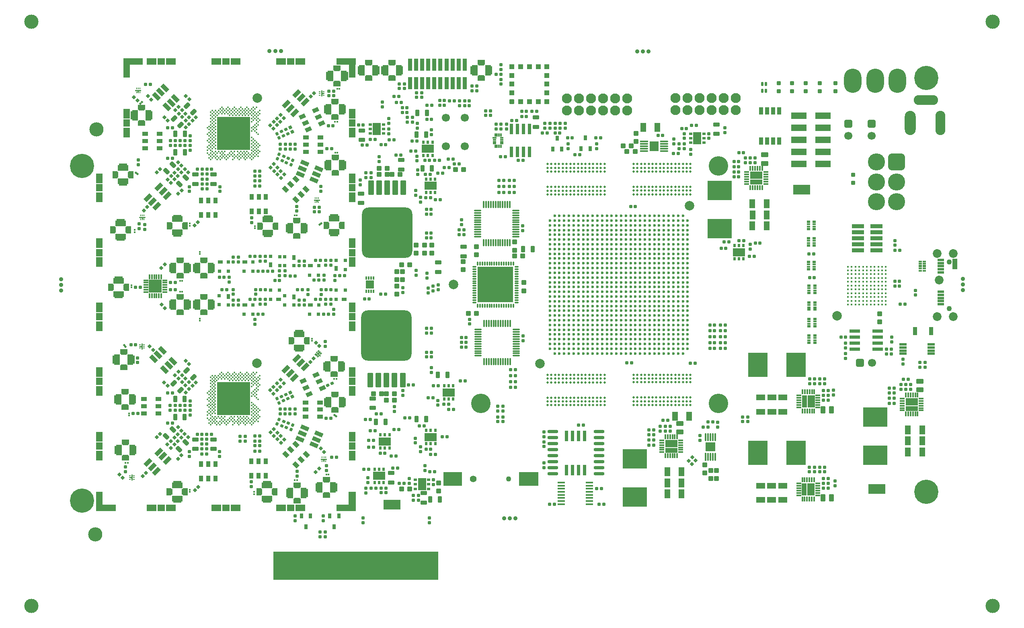
<source format=gts>
G04 Layer_Color=8388736*
%FSLAX44Y44*%
%MOMM*%
G71*
G01*
G75*
%ADD85C,0.3500*%
%ADD155R,7.0000X7.0000*%
%ADD185R,1.0000X0.4000*%
%ADD226R,0.8500X0.3000*%
%ADD248R,34.8000X5.9750*%
%ADD249R,2.1500X1.8500*%
%ADD250R,1.8500X2.1500*%
%ADD251R,0.4000X0.4100*%
%ADD252R,0.4100X0.4000*%
G04:AMPARAMS|DCode=253|XSize=0.41mm|YSize=0.4mm|CornerRadius=0mm|HoleSize=0mm|Usage=FLASHONLY|Rotation=135.000|XOffset=0mm|YOffset=0mm|HoleType=Round|Shape=Rectangle|*
%AMROTATEDRECTD253*
4,1,4,0.2864,-0.0035,0.0035,-0.2864,-0.2864,0.0035,-0.0035,0.2864,0.2864,-0.0035,0.0*
%
%ADD253ROTATEDRECTD253*%

G04:AMPARAMS|DCode=254|XSize=0.41mm|YSize=0.4mm|CornerRadius=0mm|HoleSize=0mm|Usage=FLASHONLY|Rotation=45.000|XOffset=0mm|YOffset=0mm|HoleType=Round|Shape=Rectangle|*
%AMROTATEDRECTD254*
4,1,4,-0.0035,-0.2864,-0.2864,-0.0035,0.0035,0.2864,0.2864,0.0035,-0.0035,-0.2864,0.0*
%
%ADD254ROTATEDRECTD254*%

%ADD255R,2.6000X1.8000*%
%ADD256R,0.6000X0.8000*%
G04:AMPARAMS|DCode=257|XSize=0.7mm|YSize=0.7mm|CornerRadius=0.11mm|HoleSize=0mm|Usage=FLASHONLY|Rotation=180.000|XOffset=0mm|YOffset=0mm|HoleType=Round|Shape=RoundedRectangle|*
%AMROUNDEDRECTD257*
21,1,0.7000,0.4800,0,0,180.0*
21,1,0.4800,0.7000,0,0,180.0*
1,1,0.2200,-0.2400,0.2400*
1,1,0.2200,0.2400,0.2400*
1,1,0.2200,0.2400,-0.2400*
1,1,0.2200,-0.2400,-0.2400*
%
%ADD257ROUNDEDRECTD257*%
G04:AMPARAMS|DCode=258|XSize=1.4mm|YSize=0.9mm|CornerRadius=0.15mm|HoleSize=0mm|Usage=FLASHONLY|Rotation=0.000|XOffset=0mm|YOffset=0mm|HoleType=Round|Shape=RoundedRectangle|*
%AMROUNDEDRECTD258*
21,1,1.4000,0.6000,0,0,0.0*
21,1,1.1000,0.9000,0,0,0.0*
1,1,0.3000,0.5500,-0.3000*
1,1,0.3000,-0.5500,-0.3000*
1,1,0.3000,-0.5500,0.3000*
1,1,0.3000,0.5500,0.3000*
%
%ADD258ROUNDEDRECTD258*%
G04:AMPARAMS|DCode=259|XSize=0.7mm|YSize=0.7mm|CornerRadius=0.11mm|HoleSize=0mm|Usage=FLASHONLY|Rotation=270.000|XOffset=0mm|YOffset=0mm|HoleType=Round|Shape=RoundedRectangle|*
%AMROUNDEDRECTD259*
21,1,0.7000,0.4800,0,0,270.0*
21,1,0.4800,0.7000,0,0,270.0*
1,1,0.2200,-0.2400,-0.2400*
1,1,0.2200,-0.2400,0.2400*
1,1,0.2200,0.2400,0.2400*
1,1,0.2200,0.2400,-0.2400*
%
%ADD259ROUNDEDRECTD259*%
G04:AMPARAMS|DCode=260|XSize=0.6mm|YSize=0.7mm|CornerRadius=0.1mm|HoleSize=0mm|Usage=FLASHONLY|Rotation=0.000|XOffset=0mm|YOffset=0mm|HoleType=Round|Shape=RoundedRectangle|*
%AMROUNDEDRECTD260*
21,1,0.6000,0.5000,0,0,0.0*
21,1,0.4000,0.7000,0,0,0.0*
1,1,0.2000,0.2000,-0.2500*
1,1,0.2000,-0.2000,-0.2500*
1,1,0.2000,-0.2000,0.2500*
1,1,0.2000,0.2000,0.2500*
%
%ADD260ROUNDEDRECTD260*%
G04:AMPARAMS|DCode=261|XSize=0.6mm|YSize=0.7mm|CornerRadius=0.1mm|HoleSize=0mm|Usage=FLASHONLY|Rotation=270.000|XOffset=0mm|YOffset=0mm|HoleType=Round|Shape=RoundedRectangle|*
%AMROUNDEDRECTD261*
21,1,0.6000,0.5000,0,0,270.0*
21,1,0.4000,0.7000,0,0,270.0*
1,1,0.2000,-0.2500,-0.2000*
1,1,0.2000,-0.2500,0.2000*
1,1,0.2000,0.2500,0.2000*
1,1,0.2000,0.2500,-0.2000*
%
%ADD261ROUNDEDRECTD261*%
G04:AMPARAMS|DCode=262|XSize=0.6mm|YSize=0.7mm|CornerRadius=0.1mm|HoleSize=0mm|Usage=FLASHONLY|Rotation=315.000|XOffset=0mm|YOffset=0mm|HoleType=Round|Shape=RoundedRectangle|*
%AMROUNDEDRECTD262*
21,1,0.6000,0.5000,0,0,315.0*
21,1,0.4000,0.7000,0,0,315.0*
1,1,0.2000,-0.0354,-0.3182*
1,1,0.2000,-0.3182,-0.0354*
1,1,0.2000,0.0354,0.3182*
1,1,0.2000,0.3182,0.0354*
%
%ADD262ROUNDEDRECTD262*%
G04:AMPARAMS|DCode=263|XSize=0.6mm|YSize=0.7mm|CornerRadius=0.1mm|HoleSize=0mm|Usage=FLASHONLY|Rotation=225.000|XOffset=0mm|YOffset=0mm|HoleType=Round|Shape=RoundedRectangle|*
%AMROUNDEDRECTD263*
21,1,0.6000,0.5000,0,0,225.0*
21,1,0.4000,0.7000,0,0,225.0*
1,1,0.2000,-0.3182,0.0354*
1,1,0.2000,-0.0354,0.3182*
1,1,0.2000,0.3182,-0.0354*
1,1,0.2000,0.0354,-0.3182*
%
%ADD263ROUNDEDRECTD263*%
G04:AMPARAMS|DCode=264|XSize=1.1mm|YSize=1mm|CornerRadius=0.1625mm|HoleSize=0mm|Usage=FLASHONLY|Rotation=90.000|XOffset=0mm|YOffset=0mm|HoleType=Round|Shape=RoundedRectangle|*
%AMROUNDEDRECTD264*
21,1,1.1000,0.6750,0,0,90.0*
21,1,0.7750,1.0000,0,0,90.0*
1,1,0.3250,0.3375,0.3875*
1,1,0.3250,0.3375,-0.3875*
1,1,0.3250,-0.3375,-0.3875*
1,1,0.3250,-0.3375,0.3875*
%
%ADD264ROUNDEDRECTD264*%
G04:AMPARAMS|DCode=265|XSize=1.1mm|YSize=1mm|CornerRadius=0.1625mm|HoleSize=0mm|Usage=FLASHONLY|Rotation=0.000|XOffset=0mm|YOffset=0mm|HoleType=Round|Shape=RoundedRectangle|*
%AMROUNDEDRECTD265*
21,1,1.1000,0.6750,0,0,0.0*
21,1,0.7750,1.0000,0,0,0.0*
1,1,0.3250,0.3875,-0.3375*
1,1,0.3250,-0.3875,-0.3375*
1,1,0.3250,-0.3875,0.3375*
1,1,0.3250,0.3875,0.3375*
%
%ADD265ROUNDEDRECTD265*%
G04:AMPARAMS|DCode=266|XSize=1.4mm|YSize=0.9mm|CornerRadius=0.15mm|HoleSize=0mm|Usage=FLASHONLY|Rotation=270.000|XOffset=0mm|YOffset=0mm|HoleType=Round|Shape=RoundedRectangle|*
%AMROUNDEDRECTD266*
21,1,1.4000,0.6000,0,0,270.0*
21,1,1.1000,0.9000,0,0,270.0*
1,1,0.3000,-0.3000,-0.5500*
1,1,0.3000,-0.3000,0.5500*
1,1,0.3000,0.3000,0.5500*
1,1,0.3000,0.3000,-0.5500*
%
%ADD266ROUNDEDRECTD266*%
%ADD267R,0.8000X0.6000*%
%ADD268R,1.8000X2.6000*%
%ADD269R,1.3000X0.8600*%
G04:AMPARAMS|DCode=270|XSize=0.86mm|YSize=1.3mm|CornerRadius=0mm|HoleSize=0mm|Usage=FLASHONLY|Rotation=45.000|XOffset=0mm|YOffset=0mm|HoleType=Round|Shape=Rectangle|*
%AMROTATEDRECTD270*
4,1,4,0.1556,-0.7637,-0.7637,0.1556,-0.1556,0.7637,0.7637,-0.1556,0.1556,-0.7637,0.0*
%
%ADD270ROTATEDRECTD270*%

G04:AMPARAMS|DCode=271|XSize=0.86mm|YSize=1.3mm|CornerRadius=0mm|HoleSize=0mm|Usage=FLASHONLY|Rotation=115.000|XOffset=0mm|YOffset=0mm|HoleType=Round|Shape=Rectangle|*
%AMROTATEDRECTD271*
4,1,4,0.7708,-0.1150,-0.4074,-0.6644,-0.7708,0.1150,0.4074,0.6644,0.7708,-0.1150,0.0*
%
%ADD271ROTATEDRECTD271*%

%ADD272R,0.8600X1.3000*%
%ADD273C,1.7000*%
%ADD274R,0.8500X2.5000*%
%ADD275R,1.4000X2.1000*%
%ADD276R,1.4000X1.5000*%
%ADD277R,2.1000X1.4000*%
%ADD278R,1.5000X1.4000*%
G04:AMPARAMS|DCode=279|XSize=0.86mm|YSize=1.75mm|CornerRadius=0mm|HoleSize=0mm|Usage=FLASHONLY|Rotation=135.000|XOffset=0mm|YOffset=0mm|HoleType=Round|Shape=Rectangle|*
%AMROTATEDRECTD279*
4,1,4,0.9228,0.3147,-0.3147,-0.9228,-0.9228,-0.3147,0.3147,0.9228,0.9228,0.3147,0.0*
%
%ADD279ROTATEDRECTD279*%

%ADD280R,0.6500X2.3000*%
%ADD281C,3.0000*%
%ADD282R,1.6500X1.1000*%
%ADD283R,1.3000X1.7000*%
%ADD284R,1.3000X1.3000*%
%ADD285R,1.3000X2.2500*%
G04:AMPARAMS|DCode=286|XSize=1.1mm|YSize=1.1mm|CornerRadius=0.3mm|HoleSize=0mm|Usage=FLASHONLY|Rotation=270.000|XOffset=0mm|YOffset=0mm|HoleType=Round|Shape=RoundedRectangle|*
%AMROUNDEDRECTD286*
21,1,1.1000,0.5000,0,0,270.0*
21,1,0.5000,1.1000,0,0,270.0*
1,1,0.6000,-0.2500,-0.2500*
1,1,0.6000,-0.2500,0.2500*
1,1,0.6000,0.2500,0.2500*
1,1,0.6000,0.2500,-0.2500*
%
%ADD286ROUNDEDRECTD286*%
%ADD287R,1.1000X1.1000*%
%ADD288R,1.1000X1.1000*%
G04:AMPARAMS|DCode=289|XSize=0.7mm|YSize=1.1mm|CornerRadius=0.125mm|HoleSize=0mm|Usage=FLASHONLY|Rotation=0.000|XOffset=0mm|YOffset=0mm|HoleType=Round|Shape=RoundedRectangle|*
%AMROUNDEDRECTD289*
21,1,0.7000,0.8500,0,0,0.0*
21,1,0.4500,1.1000,0,0,0.0*
1,1,0.2500,0.2250,-0.4250*
1,1,0.2500,-0.2250,-0.4250*
1,1,0.2500,-0.2250,0.4250*
1,1,0.2500,0.2250,0.4250*
%
%ADD289ROUNDEDRECTD289*%
%ADD290O,2.3000X0.7000*%
G04:AMPARAMS|DCode=291|XSize=0.86mm|YSize=1.75mm|CornerRadius=0mm|HoleSize=0mm|Usage=FLASHONLY|Rotation=67.500|XOffset=0mm|YOffset=0mm|HoleType=Round|Shape=Rectangle|*
%AMROTATEDRECTD291*
4,1,4,0.6438,-0.7321,-0.9729,-0.0624,-0.6438,0.7321,0.9729,0.0624,0.6438,-0.7321,0.0*
%
%ADD291ROTATEDRECTD291*%

G04:AMPARAMS|DCode=292|XSize=0.86mm|YSize=1.75mm|CornerRadius=0mm|HoleSize=0mm|Usage=FLASHONLY|Rotation=225.000|XOffset=0mm|YOffset=0mm|HoleType=Round|Shape=Rectangle|*
%AMROTATEDRECTD292*
4,1,4,-0.3147,0.9228,0.9228,-0.3147,0.3147,-0.9228,-0.9228,0.3147,-0.3147,0.9228,0.0*
%
%ADD292ROTATEDRECTD292*%

%ADD293R,0.9000X1.5000*%
%ADD294R,0.9000X1.8000*%
%ADD295R,0.7000X0.5500*%
%ADD296R,0.7000X0.4000*%
%ADD297R,0.8000X4.3000*%
%ADD298R,0.8000X3.3000*%
G04:AMPARAMS|DCode=299|XSize=0.6mm|YSize=0.7mm|CornerRadius=0.1mm|HoleSize=0mm|Usage=FLASHONLY|Rotation=247.500|XOffset=0mm|YOffset=0mm|HoleType=Round|Shape=RoundedRectangle|*
%AMROUNDEDRECTD299*
21,1,0.6000,0.5000,0,0,247.5*
21,1,0.4000,0.7000,0,0,247.5*
1,1,0.2000,-0.3075,-0.0891*
1,1,0.2000,-0.1544,0.2804*
1,1,0.2000,0.3075,0.0891*
1,1,0.2000,0.1544,-0.2804*
%
%ADD299ROUNDEDRECTD299*%
G04:AMPARAMS|DCode=300|XSize=0.6mm|YSize=0.7mm|CornerRadius=0.1mm|HoleSize=0mm|Usage=FLASHONLY|Rotation=337.500|XOffset=0mm|YOffset=0mm|HoleType=Round|Shape=RoundedRectangle|*
%AMROUNDEDRECTD300*
21,1,0.6000,0.5000,0,0,337.5*
21,1,0.4000,0.7000,0,0,337.5*
1,1,0.2000,0.0891,-0.3075*
1,1,0.2000,-0.2804,-0.1544*
1,1,0.2000,-0.0891,0.3075*
1,1,0.2000,0.2804,0.1544*
%
%ADD300ROUNDEDRECTD300*%
G04:AMPARAMS|DCode=301|XSize=0.7mm|YSize=0.7mm|CornerRadius=0.11mm|HoleSize=0mm|Usage=FLASHONLY|Rotation=315.000|XOffset=0mm|YOffset=0mm|HoleType=Round|Shape=RoundedRectangle|*
%AMROUNDEDRECTD301*
21,1,0.7000,0.4800,0,0,315.0*
21,1,0.4800,0.7000,0,0,315.0*
1,1,0.2200,0.0000,-0.3394*
1,1,0.2200,-0.3394,0.0000*
1,1,0.2200,0.0000,0.3394*
1,1,0.2200,0.3394,0.0000*
%
%ADD301ROUNDEDRECTD301*%
G04:AMPARAMS|DCode=302|XSize=0.6mm|YSize=0.7mm|CornerRadius=0.1mm|HoleSize=0mm|Usage=FLASHONLY|Rotation=295.000|XOffset=0mm|YOffset=0mm|HoleType=Round|Shape=RoundedRectangle|*
%AMROUNDEDRECTD302*
21,1,0.6000,0.5000,0,0,295.0*
21,1,0.4000,0.7000,0,0,295.0*
1,1,0.2000,-0.1421,-0.2869*
1,1,0.2000,-0.3111,0.0756*
1,1,0.2000,0.1421,0.2869*
1,1,0.2000,0.3111,-0.0756*
%
%ADD302ROUNDEDRECTD302*%
G04:AMPARAMS|DCode=303|XSize=0.6mm|YSize=0.7mm|CornerRadius=0.1mm|HoleSize=0mm|Usage=FLASHONLY|Rotation=25.000|XOffset=0mm|YOffset=0mm|HoleType=Round|Shape=RoundedRectangle|*
%AMROUNDEDRECTD303*
21,1,0.6000,0.5000,0,0,25.0*
21,1,0.4000,0.7000,0,0,25.0*
1,1,0.2000,0.2869,-0.1421*
1,1,0.2000,-0.0756,-0.3111*
1,1,0.2000,-0.2869,0.1421*
1,1,0.2000,0.0756,0.3111*
%
%ADD303ROUNDEDRECTD303*%
G04:AMPARAMS|DCode=304|XSize=0.7mm|YSize=0.7mm|CornerRadius=0.11mm|HoleSize=0mm|Usage=FLASHONLY|Rotation=25.000|XOffset=0mm|YOffset=0mm|HoleType=Round|Shape=RoundedRectangle|*
%AMROUNDEDRECTD304*
21,1,0.7000,0.4800,0,0,25.0*
21,1,0.4800,0.7000,0,0,25.0*
1,1,0.2200,0.3189,-0.1161*
1,1,0.2200,-0.1161,-0.3189*
1,1,0.2200,-0.3189,0.1161*
1,1,0.2200,0.1161,0.3189*
%
%ADD304ROUNDEDRECTD304*%
G04:AMPARAMS|DCode=305|XSize=0.7mm|YSize=0.7mm|CornerRadius=0.11mm|HoleSize=0mm|Usage=FLASHONLY|Rotation=45.000|XOffset=0mm|YOffset=0mm|HoleType=Round|Shape=RoundedRectangle|*
%AMROUNDEDRECTD305*
21,1,0.7000,0.4800,0,0,45.0*
21,1,0.4800,0.7000,0,0,45.0*
1,1,0.2200,0.3394,0.0000*
1,1,0.2200,0.0000,-0.3394*
1,1,0.2200,-0.3394,0.0000*
1,1,0.2200,0.0000,0.3394*
%
%ADD305ROUNDEDRECTD305*%
G04:AMPARAMS|DCode=306|XSize=1.4mm|YSize=0.9mm|CornerRadius=0.15mm|HoleSize=0mm|Usage=FLASHONLY|Rotation=225.000|XOffset=0mm|YOffset=0mm|HoleType=Round|Shape=RoundedRectangle|*
%AMROUNDEDRECTD306*
21,1,1.4000,0.6000,0,0,225.0*
21,1,1.1000,0.9000,0,0,225.0*
1,1,0.3000,-0.6010,-0.1768*
1,1,0.3000,0.1768,0.6010*
1,1,0.3000,0.6010,0.1768*
1,1,0.3000,-0.1768,-0.6010*
%
%ADD306ROUNDEDRECTD306*%
G04:AMPARAMS|DCode=307|XSize=1.4mm|YSize=0.9mm|CornerRadius=0.15mm|HoleSize=0mm|Usage=FLASHONLY|Rotation=315.000|XOffset=0mm|YOffset=0mm|HoleType=Round|Shape=RoundedRectangle|*
%AMROUNDEDRECTD307*
21,1,1.4000,0.6000,0,0,315.0*
21,1,1.1000,0.9000,0,0,315.0*
1,1,0.3000,0.1768,-0.6010*
1,1,0.3000,-0.6010,0.1768*
1,1,0.3000,-0.1768,0.6010*
1,1,0.3000,0.6010,-0.1768*
%
%ADD307ROUNDEDRECTD307*%
G04:AMPARAMS|DCode=308|XSize=0.9mm|YSize=0.9mm|CornerRadius=0.15mm|HoleSize=0mm|Usage=FLASHONLY|Rotation=90.000|XOffset=0mm|YOffset=0mm|HoleType=Round|Shape=RoundedRectangle|*
%AMROUNDEDRECTD308*
21,1,0.9000,0.6000,0,0,90.0*
21,1,0.6000,0.9000,0,0,90.0*
1,1,0.3000,0.3000,0.3000*
1,1,0.3000,0.3000,-0.3000*
1,1,0.3000,-0.3000,-0.3000*
1,1,0.3000,-0.3000,0.3000*
%
%ADD308ROUNDEDRECTD308*%
%ADD309R,2.5000X0.8500*%
%ADD310R,3.3004X1.3700*%
%ADD311R,1.3000X1.3000*%
%ADD312R,2.2500X1.3000*%
%ADD313R,1.1000X1.6500*%
%ADD314R,1.7000X1.3000*%
%ADD315R,2.3000X0.6500*%
%ADD316C,0.4500*%
%ADD317R,0.7750X0.3000*%
%ADD318R,0.7750X0.5000*%
%ADD319O,0.3500X1.6500*%
%ADD320O,1.6500X0.3500*%
%ADD321O,0.3400X0.8500*%
%ADD322O,0.8500X0.3400*%
%ADD323R,7.5000X7.5000*%
%ADD324C,0.5100*%
%ADD325R,1.6000X0.4500*%
%ADD326C,0.6000*%
%ADD327R,0.7500X0.3000*%
%ADD328R,0.3000X0.7500*%
%ADD329R,0.3500X0.7250*%
%ADD330R,1.7000X1.7000*%
G04:AMPARAMS|DCode=331|XSize=3.05mm|YSize=1.2mm|CornerRadius=0.1875mm|HoleSize=0mm|Usage=FLASHONLY|Rotation=270.000|XOffset=0mm|YOffset=0mm|HoleType=Round|Shape=RoundedRectangle|*
%AMROUNDEDRECTD331*
21,1,3.0500,0.8250,0,0,270.0*
21,1,2.6750,1.2000,0,0,270.0*
1,1,0.3750,-0.4125,-1.3375*
1,1,0.3750,-0.4125,1.3375*
1,1,0.3750,0.4125,1.3375*
1,1,0.3750,0.4125,-1.3375*
%
%ADD331ROUNDEDRECTD331*%
G04:AMPARAMS|DCode=332|XSize=10.6mm|YSize=10.6mm|CornerRadius=1.3625mm|HoleSize=0mm|Usage=FLASHONLY|Rotation=270.000|XOffset=0mm|YOffset=0mm|HoleType=Round|Shape=RoundedRectangle|*
%AMROUNDEDRECTD332*
21,1,10.6000,7.8750,0,0,270.0*
21,1,7.8750,10.6000,0,0,270.0*
1,1,2.7250,-3.9375,-3.9375*
1,1,2.7250,-3.9375,3.9375*
1,1,2.7250,3.9375,3.9375*
1,1,2.7250,3.9375,-3.9375*
%
%ADD332ROUNDEDRECTD332*%
%ADD333R,5.1000X4.1000*%
%ADD334R,2.6500X1.0000*%
%ADD335R,2.6500X1.5000*%
%ADD336R,0.3500X1.1000*%
%ADD337R,1.1000X0.3500*%
G04:AMPARAMS|DCode=338|XSize=1.9mm|YSize=1.25mm|CornerRadius=0.1938mm|HoleSize=0mm|Usage=FLASHONLY|Rotation=270.000|XOffset=0mm|YOffset=0mm|HoleType=Round|Shape=RoundedRectangle|*
%AMROUNDEDRECTD338*
21,1,1.9000,0.8625,0,0,270.0*
21,1,1.5125,1.2500,0,0,270.0*
1,1,0.3875,-0.4313,-0.7562*
1,1,0.3875,-0.4313,0.7562*
1,1,0.3875,0.4313,0.7562*
1,1,0.3875,0.4313,-0.7562*
%
%ADD338ROUNDEDRECTD338*%
%ADD339R,4.1000X1.4000*%
%ADD340R,1.4000X4.1000*%
%ADD341R,1.6000X4.1000*%
G04:AMPARAMS|DCode=342|XSize=1.5mm|YSize=1.1mm|CornerRadius=0.175mm|HoleSize=0mm|Usage=FLASHONLY|Rotation=270.000|XOffset=0mm|YOffset=0mm|HoleType=Round|Shape=RoundedRectangle|*
%AMROUNDEDRECTD342*
21,1,1.5000,0.7500,0,0,270.0*
21,1,1.1500,1.1000,0,0,270.0*
1,1,0.3500,-0.3750,-0.5750*
1,1,0.3500,-0.3750,0.5750*
1,1,0.3500,0.3750,0.5750*
1,1,0.3500,0.3750,-0.5750*
%
%ADD342ROUNDEDRECTD342*%
%ADD343R,1.0000X2.6500*%
%ADD344R,1.5000X2.6500*%
%ADD345R,4.1000X5.1000*%
G04:AMPARAMS|DCode=346|XSize=1.5mm|YSize=1.1mm|CornerRadius=0.175mm|HoleSize=0mm|Usage=FLASHONLY|Rotation=0.000|XOffset=0mm|YOffset=0mm|HoleType=Round|Shape=RoundedRectangle|*
%AMROUNDEDRECTD346*
21,1,1.5000,0.7500,0,0,0.0*
21,1,1.1500,1.1000,0,0,0.0*
1,1,0.3500,0.5750,-0.3750*
1,1,0.3500,-0.5750,-0.3750*
1,1,0.3500,-0.5750,0.3750*
1,1,0.3500,0.5750,0.3750*
%
%ADD346ROUNDEDRECTD346*%
G04:AMPARAMS|DCode=347|XSize=1.9mm|YSize=1.25mm|CornerRadius=0.1938mm|HoleSize=0mm|Usage=FLASHONLY|Rotation=180.000|XOffset=0mm|YOffset=0mm|HoleType=Round|Shape=RoundedRectangle|*
%AMROUNDEDRECTD347*
21,1,1.9000,0.8625,0,0,180.0*
21,1,1.5125,1.2500,0,0,180.0*
1,1,0.3875,-0.7562,0.4313*
1,1,0.3875,0.7562,0.4313*
1,1,0.3875,0.7562,-0.4313*
1,1,0.3875,-0.7562,-0.4313*
%
%ADD347ROUNDEDRECTD347*%
%ADD348R,1.0800X2.2800*%
%ADD349R,1.4500X0.5000*%
%ADD350R,3.6000X2.0000*%
%ADD351R,1.5000X0.5500*%
%ADD352R,4.1000X2.9000*%
%ADD353R,3.9000X2.9000*%
G04:AMPARAMS|DCode=354|XSize=1.7mm|YSize=2mm|CornerRadius=0.25mm|HoleSize=0mm|Usage=FLASHONLY|Rotation=270.000|XOffset=0mm|YOffset=0mm|HoleType=Round|Shape=RoundedRectangle|*
%AMROUNDEDRECTD354*
21,1,1.7000,1.5000,0,0,270.0*
21,1,1.2000,2.0000,0,0,270.0*
1,1,0.5000,-0.7500,-0.6000*
1,1,0.5000,-0.7500,0.6000*
1,1,0.5000,0.7500,0.6000*
1,1,0.5000,0.7500,-0.6000*
%
%ADD354ROUNDEDRECTD354*%
%ADD355O,0.4000X1.7000*%
G04:AMPARAMS|DCode=356|XSize=1.7mm|YSize=0.4mm|CornerRadius=0.0875mm|HoleSize=0mm|Usage=FLASHONLY|Rotation=90.000|XOffset=0mm|YOffset=0mm|HoleType=Round|Shape=RoundedRectangle|*
%AMROUNDEDRECTD356*
21,1,1.7000,0.2250,0,0,90.0*
21,1,1.5250,0.4000,0,0,90.0*
1,1,0.1750,0.1125,0.7625*
1,1,0.1750,0.1125,-0.7625*
1,1,0.1750,-0.1125,-0.7625*
1,1,0.1750,-0.1125,0.7625*
%
%ADD356ROUNDEDRECTD356*%
G04:AMPARAMS|DCode=357|XSize=1.7mm|YSize=0.4mm|CornerRadius=0.0875mm|HoleSize=0mm|Usage=FLASHONLY|Rotation=0.000|XOffset=0mm|YOffset=0mm|HoleType=Round|Shape=RoundedRectangle|*
%AMROUNDEDRECTD357*
21,1,1.7000,0.2250,0,0,0.0*
21,1,1.5250,0.4000,0,0,0.0*
1,1,0.1750,0.7625,-0.1125*
1,1,0.1750,-0.7625,-0.1125*
1,1,0.1750,-0.7625,0.1125*
1,1,0.1750,0.7625,0.1125*
%
%ADD357ROUNDEDRECTD357*%
%ADD358O,1.7000X0.4000*%
G04:AMPARAMS|DCode=359|XSize=1.7mm|YSize=2mm|CornerRadius=0.25mm|HoleSize=0mm|Usage=FLASHONLY|Rotation=180.000|XOffset=0mm|YOffset=0mm|HoleType=Round|Shape=RoundedRectangle|*
%AMROUNDEDRECTD359*
21,1,1.7000,1.5000,0,0,180.0*
21,1,1.2000,2.0000,0,0,180.0*
1,1,0.5000,-0.6000,0.7500*
1,1,0.5000,0.6000,0.7500*
1,1,0.5000,0.6000,-0.7500*
1,1,0.5000,-0.6000,-0.7500*
%
%ADD359ROUNDEDRECTD359*%
%ADD360C,2.0000*%
%ADD361R,1.1000X0.8000*%
%ADD362R,0.8000X0.8000*%
%ADD363R,0.8000X1.1000*%
%ADD364R,0.8000X0.8000*%
%ADD365R,0.2500X0.4500*%
%ADD366R,0.4500X0.2500*%
G04:AMPARAMS|DCode=367|XSize=0.45mm|YSize=0.25mm|CornerRadius=0mm|HoleSize=0mm|Usage=FLASHONLY|Rotation=225.000|XOffset=0mm|YOffset=0mm|HoleType=Round|Shape=Rectangle|*
%AMROTATEDRECTD367*
4,1,4,0.0707,0.2475,0.2475,0.0707,-0.0707,-0.2475,-0.2475,-0.0707,0.0707,0.2475,0.0*
%
%ADD367ROTATEDRECTD367*%

%ADD368R,0.4000X1.0000*%
%ADD369R,2.8000X2.8000*%
G04:AMPARAMS|DCode=370|XSize=0.8mm|YSize=0.5mm|CornerRadius=0.1mm|HoleSize=0mm|Usage=FLASHONLY|Rotation=90.000|XOffset=0mm|YOffset=0mm|HoleType=Round|Shape=RoundedRectangle|*
%AMROUNDEDRECTD370*
21,1,0.8000,0.3000,0,0,90.0*
21,1,0.6000,0.5000,0,0,90.0*
1,1,0.2000,0.1500,0.3000*
1,1,0.2000,0.1500,-0.3000*
1,1,0.2000,-0.1500,-0.3000*
1,1,0.2000,-0.1500,0.3000*
%
%ADD370ROUNDEDRECTD370*%
%ADD371C,5.1000*%
%ADD372O,3.7000X5.1000*%
%ADD373C,2.1000*%
%ADD374C,3.6000*%
G04:AMPARAMS|DCode=375|XSize=3.6mm|YSize=3.6mm|CornerRadius=0.925mm|HoleSize=0mm|Usage=FLASHONLY|Rotation=90.000|XOffset=0mm|YOffset=0mm|HoleType=Round|Shape=RoundedRectangle|*
%AMROUNDEDRECTD375*
21,1,3.6000,1.7500,0,0,90.0*
21,1,1.7500,3.6000,0,0,90.0*
1,1,1.8500,0.8750,0.8750*
1,1,1.8500,0.8750,-0.8750*
1,1,1.8500,-0.8750,-0.8750*
1,1,1.8500,-0.8750,0.8750*
%
%ADD375ROUNDEDRECTD375*%
G04:AMPARAMS|DCode=376|XSize=1.624mm|YSize=1.624mm|CornerRadius=0.2405mm|HoleSize=0mm|Usage=FLASHONLY|Rotation=90.000|XOffset=0mm|YOffset=0mm|HoleType=Round|Shape=RoundedRectangle|*
%AMROUNDEDRECTD376*
21,1,1.6240,1.1430,0,0,90.0*
21,1,1.1430,1.6240,0,0,90.0*
1,1,0.4810,0.5715,0.5715*
1,1,0.4810,0.5715,-0.5715*
1,1,0.4810,-0.5715,-0.5715*
1,1,0.4810,-0.5715,0.5715*
%
%ADD376ROUNDEDRECTD376*%
%ADD377O,2.1000X5.1000*%
%ADD378O,2.3000X5.1000*%
%ADD379O,5.1000X2.1000*%
G04:AMPARAMS|DCode=380|XSize=1.624mm|YSize=1.624mm|CornerRadius=0.2405mm|HoleSize=0mm|Usage=FLASHONLY|Rotation=0.000|XOffset=0mm|YOffset=0mm|HoleType=Round|Shape=RoundedRectangle|*
%AMROUNDEDRECTD380*
21,1,1.6240,1.1430,0,0,0.0*
21,1,1.1430,1.6240,0,0,0.0*
1,1,0.4810,0.5715,-0.5715*
1,1,0.4810,-0.5715,-0.5715*
1,1,0.4810,-0.5715,0.5715*
1,1,0.4810,0.5715,0.5715*
%
%ADD380ROUNDEDRECTD380*%
%ADD381C,0.9000*%
%ADD382C,2.9800*%
%ADD383C,1.8500*%
%ADD384C,1.1000*%
%ADD385C,1.4000*%
%ADD386C,0.7604*%
%ADD387C,4.1000*%
G36*
X538807Y479273D02*
X538886Y479266D01*
X538980Y479237D01*
X538980Y479237D01*
D01*
X539067Y479191D01*
X539143Y479128D01*
X539143Y479128D01*
X542001Y476271D01*
X542999Y476271D01*
X544443Y477714D01*
X544519Y477777D01*
X544572Y477805D01*
X544606Y477823D01*
X544606Y477823D01*
D01*
X544700Y477851D01*
X544769Y477858D01*
X544798Y477861D01*
X544798D01*
X544798D01*
X544830Y477858D01*
X544896Y477851D01*
X544896Y477851D01*
X544896D01*
X544963Y477831D01*
X544990Y477823D01*
D01*
X544990Y477823D01*
X545043Y477795D01*
X545077Y477776D01*
X545077Y477776D01*
X545077Y477776D01*
X545112Y477748D01*
X545153Y477714D01*
X545684Y477184D01*
X545684Y477184D01*
X545684Y477184D01*
X546214Y476653D01*
X546214Y476653D01*
X546214Y476653D01*
X546236Y476626D01*
X546277Y476577D01*
X546323Y476490D01*
D01*
X546323Y476490D01*
X546334Y476453D01*
X546352Y476396D01*
X546361Y476298D01*
Y476298D01*
Y476298D01*
X546352Y476200D01*
X546331Y476134D01*
X546323Y476106D01*
X546323Y476106D01*
D01*
X546277Y476019D01*
X546226Y475958D01*
X546214Y475943D01*
X546214Y475943D01*
X546214Y475943D01*
X544770Y474500D01*
Y473502D01*
X547628Y470643D01*
X547628Y470643D01*
X547691Y470567D01*
X547737Y470480D01*
X547737Y470480D01*
D01*
X547766Y470386D01*
X547773Y470309D01*
X547775Y470288D01*
Y470288D01*
Y470288D01*
X547766Y470190D01*
X547748Y470132D01*
X547737Y470095D01*
X547737Y470095D01*
D01*
X547691Y470009D01*
X547642Y469949D01*
X547628Y469933D01*
X547628Y469932D01*
D01*
D01*
X546568Y468872D01*
X546568Y468872D01*
X546491Y468809D01*
X546405Y468763D01*
X546310Y468734D01*
X546212Y468725D01*
X546114Y468734D01*
X546020Y468763D01*
X545933Y468809D01*
X545857Y468872D01*
X541615Y473114D01*
X541614Y473114D01*
X541614Y473115D01*
X537372Y477357D01*
X537309Y477433D01*
X537263Y477520D01*
X537234Y477614D01*
X537225Y477712D01*
X537234Y477810D01*
X537263Y477905D01*
X537309Y477991D01*
X537372Y478068D01*
X537372Y478068D01*
X538433Y479128D01*
X538482Y479169D01*
X538508Y479191D01*
X538520Y479197D01*
X538595Y479237D01*
X538646Y479252D01*
X538690Y479266D01*
X538788Y479275D01*
X538788D01*
X538788D01*
X538807Y479273D01*
D02*
G37*
G36*
X171920Y496278D02*
X172014Y496250D01*
X172101Y496203D01*
X172178Y496141D01*
X172240Y496065D01*
X172286Y495978D01*
X172315Y495884D01*
X172325Y495785D01*
Y489786D01*
Y483786D01*
X172315Y483688D01*
X172286Y483593D01*
X172240Y483506D01*
X172178Y483430D01*
X172101Y483368D01*
X172014Y483321D01*
X171920Y483293D01*
X171822Y483283D01*
X170322D01*
X170224Y483293D01*
X170167Y483310D01*
X170130Y483321D01*
X170130Y483321D01*
D01*
X170119Y483327D01*
X170043Y483368D01*
X169967Y483430D01*
Y483430D01*
X169967D01*
X169904Y483506D01*
X169864Y483582D01*
X169858Y483593D01*
D01*
X169858Y483593D01*
X169847Y483630D01*
X169829Y483688D01*
X169820Y483786D01*
X169819Y487827D01*
X169114Y488533D01*
X167072Y488533D01*
X167034Y488537D01*
X166974Y488543D01*
X166974Y488543D01*
X166974D01*
X166880Y488571D01*
X166793Y488618D01*
X166734Y488667D01*
X166717Y488680D01*
X166717Y488680D01*
X166717Y488680D01*
X166703Y488697D01*
X166654Y488756D01*
X166608Y488843D01*
X166579Y488937D01*
Y488937D01*
X166579Y488938D01*
X166574Y488997D01*
X166570Y489035D01*
X166570Y489785D01*
D01*
Y489786D01*
Y489786D01*
D01*
X166570Y490536D01*
Y490536D01*
Y490536D01*
X166572Y490555D01*
X166579Y490634D01*
X166608Y490728D01*
X166608Y490728D01*
D01*
X166611Y490734D01*
X166654Y490815D01*
X166717Y490891D01*
X166717Y490891D01*
X166717Y490891D01*
X166793Y490953D01*
X166874Y490997D01*
X166880Y491000D01*
D01*
X166880Y491000D01*
X166974Y491028D01*
X167053Y491036D01*
X167072Y491038D01*
X167072D01*
X167072D01*
X169114Y491038D01*
X169819Y491743D01*
X169820Y495786D01*
X169829Y495884D01*
X169847Y495941D01*
X169858Y495978D01*
X169858Y495978D01*
D01*
X169904Y496065D01*
X169953Y496124D01*
X169967Y496141D01*
X169967D01*
Y496141D01*
X169984Y496155D01*
X170043Y496203D01*
X170130Y496250D01*
D01*
X170130Y496250D01*
X170167Y496261D01*
X170224Y496278D01*
X170322Y496288D01*
X171822D01*
X171920Y496278D01*
D02*
G37*
G36*
X151081Y220122D02*
X151176Y220093D01*
X151263Y220047D01*
X151339Y219984D01*
X151401Y219908D01*
X151447Y219821D01*
X151476Y219727D01*
X151486Y219629D01*
X151486Y213629D01*
D01*
X151486Y207629D01*
X151476Y207531D01*
X151447Y207437D01*
X151401Y207350D01*
X151339Y207274D01*
X151263Y207212D01*
X151176Y207165D01*
X151081Y207136D01*
X150983Y207127D01*
X149483D01*
X149385Y207136D01*
X149328Y207154D01*
X149291Y207165D01*
X149291Y207165D01*
D01*
X149204Y207212D01*
X149145Y207260D01*
X149128Y207274D01*
Y207274D01*
X149128D01*
X149114Y207291D01*
X149066Y207350D01*
X149019Y207437D01*
D01*
X149019Y207437D01*
X149008Y207474D01*
X148991Y207531D01*
X148981Y207629D01*
X148981Y211671D01*
X148275Y212376D01*
X146233Y212377D01*
X146204Y212380D01*
X146135Y212386D01*
X146041Y212415D01*
D01*
X146041Y212415D01*
X145989Y212443D01*
X145954Y212462D01*
X145954Y212462D01*
X145954Y212462D01*
X145911Y212497D01*
X145878Y212524D01*
X145878Y212524D01*
X145878Y212524D01*
X145851Y212558D01*
X145816Y212600D01*
X145816Y212600D01*
X145816Y212600D01*
X145797Y212635D01*
X145769Y212687D01*
X145769Y212687D01*
D01*
X145741Y212781D01*
X145734Y212850D01*
X145731Y212879D01*
Y213629D01*
D01*
Y214379D01*
Y214379D01*
Y214379D01*
X145734Y214408D01*
X145741Y214477D01*
X145769Y214572D01*
D01*
X145769Y214572D01*
X145797Y214624D01*
X145816Y214658D01*
X145816Y214658D01*
X145816Y214659D01*
X145851Y214701D01*
X145878Y214735D01*
X145878Y214735D01*
X145878Y214735D01*
X145912Y214762D01*
X145954Y214797D01*
X145954Y214797D01*
X145954Y214797D01*
X145989Y214816D01*
X146041Y214844D01*
X146041Y214844D01*
D01*
X146135Y214872D01*
X146205Y214879D01*
X146233Y214882D01*
X146233D01*
X146233D01*
X148275Y214881D01*
X148981Y215587D01*
X148981Y219629D01*
X148991Y219727D01*
X149008Y219785D01*
X149019Y219821D01*
X149019Y219822D01*
D01*
X149066Y219909D01*
X149114Y219968D01*
X149128Y219984D01*
X149128D01*
Y219985D01*
X149145Y219998D01*
X149204Y220047D01*
X149291Y220093D01*
D01*
X149291Y220093D01*
X149328Y220105D01*
X149385Y220122D01*
X149483Y220132D01*
X150983D01*
X151081Y220122D01*
D02*
G37*
G36*
X560348Y252993D02*
X560442Y252964D01*
X560529Y252918D01*
X560605Y252855D01*
X560668Y252779D01*
X560714Y252692D01*
X560743Y252598D01*
X560752Y252500D01*
Y251000D01*
X560743Y250902D01*
X560725Y250845D01*
X560714Y250808D01*
X560714Y250808D01*
D01*
X560668Y250721D01*
X560619Y250662D01*
X560605Y250645D01*
X560605D01*
Y250645D01*
X560589Y250631D01*
X560529Y250582D01*
X560442Y250536D01*
D01*
X560442Y250536D01*
X560405Y250525D01*
X560348Y250507D01*
X560250Y250498D01*
X556208Y250497D01*
X555503Y249792D01*
X555502Y247750D01*
X555499Y247711D01*
X555493Y247652D01*
X555493Y247652D01*
Y247652D01*
X555464Y247558D01*
X555418Y247471D01*
X555369Y247411D01*
X555355Y247395D01*
X555355Y247395D01*
X555355Y247395D01*
X555339Y247381D01*
X555279Y247332D01*
X555192Y247286D01*
X555098Y247257D01*
X555098D01*
X555098Y247257D01*
X555038Y247251D01*
X555000Y247248D01*
X554250Y247248D01*
D01*
X554250D01*
X554250D01*
D01*
X553500Y247248D01*
X553500D01*
X553500D01*
X553481Y247250D01*
X553402Y247257D01*
X553308Y247286D01*
X553308Y247286D01*
D01*
X553302Y247289D01*
X553221Y247332D01*
X553145Y247395D01*
X553145Y247395D01*
X553145Y247395D01*
X553082Y247471D01*
X553039Y247552D01*
X553036Y247558D01*
D01*
X553036Y247558D01*
X553007Y247652D01*
X552999Y247731D01*
X552998Y247750D01*
Y247750D01*
Y247750D01*
X552998Y249792D01*
X552292Y250497D01*
X548250Y250498D01*
X548152Y250507D01*
X548095Y250525D01*
X548058Y250536D01*
X548058Y250536D01*
D01*
X547971Y250582D01*
X547911Y250631D01*
X547895Y250645D01*
Y250645D01*
X547895D01*
X547881Y250662D01*
X547832Y250721D01*
X547786Y250808D01*
D01*
X547786Y250808D01*
X547775Y250845D01*
X547757Y250902D01*
X547748Y251000D01*
Y252500D01*
X547757Y252598D01*
X547786Y252692D01*
X547832Y252779D01*
X547895Y252855D01*
X547971Y252918D01*
X548058Y252964D01*
X548152Y252993D01*
X548250Y253002D01*
X554250Y253002D01*
X560250Y253002D01*
X560348Y252993D01*
D02*
G37*
G36*
X550598Y1029493D02*
X550655Y1029475D01*
X550692Y1029464D01*
X550692Y1029464D01*
D01*
X550779Y1029418D01*
X550839Y1029369D01*
X550855Y1029355D01*
Y1029355D01*
X550855D01*
X550869Y1029339D01*
X550918Y1029279D01*
X550964Y1029192D01*
D01*
X550964Y1029192D01*
X550975Y1029155D01*
X550993Y1029098D01*
X551003Y1029000D01*
X551003Y1024959D01*
X551709Y1024253D01*
X553750Y1024252D01*
X553789Y1024249D01*
X553848Y1024243D01*
X553848Y1024243D01*
X553848D01*
X553942Y1024214D01*
X554029Y1024168D01*
X554089Y1024119D01*
X554105Y1024105D01*
X554105Y1024105D01*
X554105Y1024105D01*
X554119Y1024089D01*
X554168Y1024029D01*
X554214Y1023942D01*
X554243Y1023848D01*
Y1023848D01*
X554243Y1023848D01*
X554249Y1023789D01*
X554253Y1023750D01*
X554253Y1023000D01*
D01*
Y1023000D01*
Y1023000D01*
D01*
X554253Y1022250D01*
Y1022250D01*
Y1022250D01*
X554251Y1022231D01*
X554243Y1022152D01*
X554214Y1022058D01*
X554214Y1022058D01*
D01*
X554211Y1022052D01*
X554168Y1021971D01*
X554105Y1021895D01*
X554105Y1021895D01*
X554105Y1021895D01*
X554029Y1021832D01*
X553948Y1021789D01*
X553942Y1021786D01*
D01*
X553942Y1021786D01*
X553848Y1021757D01*
X553769Y1021750D01*
X553750Y1021748D01*
X553750D01*
X553750D01*
X551708Y1021748D01*
X551003Y1021042D01*
X551003Y1017000D01*
X550993Y1016902D01*
X550975Y1016845D01*
X550964Y1016808D01*
X550964Y1016808D01*
D01*
X550918Y1016721D01*
X550869Y1016662D01*
X550855Y1016645D01*
X550855D01*
Y1016645D01*
X550839Y1016631D01*
X550779Y1016582D01*
X550692Y1016536D01*
D01*
X550692Y1016536D01*
X550655Y1016525D01*
X550598Y1016507D01*
X550500Y1016498D01*
X549000D01*
X548902Y1016507D01*
X548808Y1016536D01*
X548721Y1016582D01*
X548645Y1016645D01*
X548582Y1016721D01*
X548536Y1016808D01*
X548507Y1016902D01*
X548498Y1017000D01*
X548498Y1023000D01*
X548498Y1029000D01*
X548507Y1029098D01*
X548536Y1029192D01*
X548582Y1029279D01*
X548645Y1029355D01*
X548721Y1029418D01*
X548808Y1029464D01*
X548902Y1029493D01*
X549000Y1029502D01*
X550500D01*
X550598Y1029493D01*
D02*
G37*
G36*
X169348Y1030243D02*
X169442Y1030214D01*
X169529Y1030168D01*
X169605Y1030105D01*
X169668Y1030029D01*
X169714Y1029942D01*
X169743Y1029848D01*
X169752Y1029750D01*
Y1028250D01*
X169743Y1028152D01*
X169725Y1028095D01*
X169714Y1028058D01*
X169714Y1028058D01*
D01*
X169668Y1027971D01*
X169619Y1027912D01*
X169605Y1027895D01*
X169605D01*
Y1027895D01*
X169589Y1027881D01*
X169529Y1027832D01*
X169442Y1027786D01*
D01*
X169442Y1027786D01*
X169405Y1027775D01*
X169348Y1027757D01*
X169250Y1027748D01*
X165208Y1027747D01*
X164503Y1027041D01*
X164502Y1025000D01*
X164499Y1024971D01*
X164493Y1024902D01*
X164464Y1024808D01*
D01*
X164464Y1024808D01*
X164436Y1024755D01*
X164418Y1024721D01*
X164418Y1024721D01*
X164418Y1024721D01*
X164383Y1024678D01*
X164355Y1024645D01*
X164355Y1024645D01*
X164355Y1024645D01*
X164322Y1024617D01*
X164279Y1024582D01*
X164279Y1024582D01*
X164279Y1024582D01*
X164245Y1024564D01*
X164192Y1024536D01*
X164192Y1024536D01*
D01*
X164098Y1024507D01*
X164029Y1024500D01*
X164000Y1024498D01*
X162500D01*
X162500D01*
X162500D01*
X162471Y1024501D01*
X162402Y1024507D01*
X162308Y1024536D01*
D01*
X162308Y1024536D01*
X162255Y1024564D01*
X162221Y1024582D01*
X162221Y1024582D01*
X162221Y1024582D01*
X162178Y1024617D01*
X162145Y1024645D01*
X162145Y1024645D01*
X162145Y1024645D01*
X162117Y1024678D01*
X162082Y1024721D01*
X162082Y1024721D01*
X162082Y1024721D01*
X162064Y1024755D01*
X162036Y1024808D01*
X162036Y1024808D01*
D01*
X162007Y1024902D01*
X162000Y1024971D01*
X161998Y1025000D01*
Y1025000D01*
Y1025000D01*
X161998Y1027042D01*
X161292Y1027747D01*
X157250Y1027748D01*
X157152Y1027757D01*
X157095Y1027775D01*
X157058Y1027786D01*
X157058Y1027786D01*
D01*
X156971Y1027832D01*
X156911Y1027881D01*
X156895Y1027895D01*
Y1027895D01*
X156895D01*
X156881Y1027912D01*
X156832Y1027971D01*
X156786Y1028058D01*
D01*
X156786Y1028058D01*
X156775Y1028095D01*
X156757Y1028152D01*
X156748Y1028250D01*
Y1029750D01*
X156757Y1029848D01*
X156786Y1029942D01*
X156832Y1030029D01*
X156895Y1030105D01*
X156971Y1030168D01*
X157058Y1030214D01*
X157152Y1030243D01*
X157250Y1030252D01*
X169250D01*
X169348Y1030243D01*
D02*
G37*
G36*
X178098Y762993D02*
X178192Y762964D01*
X178279Y762918D01*
X178355Y762855D01*
X178418Y762779D01*
X178464Y762692D01*
X178493Y762598D01*
X178502Y762500D01*
Y761000D01*
X178493Y760902D01*
X178475Y760845D01*
X178464Y760808D01*
X178464Y760808D01*
D01*
X178418Y760721D01*
X178369Y760661D01*
X178355Y760645D01*
X178355D01*
Y760645D01*
X178339Y760631D01*
X178279Y760582D01*
X178192Y760536D01*
D01*
X178192Y760536D01*
X178155Y760525D01*
X178098Y760507D01*
X178000Y760498D01*
X173958Y760497D01*
X173253Y759791D01*
X173252Y757750D01*
X173249Y757721D01*
X173243Y757652D01*
X173214Y757558D01*
D01*
X173214Y757558D01*
X173186Y757505D01*
X173168Y757471D01*
X173168Y757471D01*
X173168Y757471D01*
X173133Y757428D01*
X173105Y757395D01*
X173105Y757395D01*
X173105Y757395D01*
X173072Y757367D01*
X173029Y757332D01*
X173029Y757332D01*
X173029Y757332D01*
X172995Y757314D01*
X172942Y757286D01*
X172942Y757286D01*
D01*
X172848Y757257D01*
X172779Y757250D01*
X172750Y757247D01*
X171250D01*
X171250D01*
X171250D01*
X171221Y757250D01*
X171152Y757257D01*
X171058Y757286D01*
D01*
X171058Y757286D01*
X171005Y757314D01*
X170971Y757332D01*
X170971Y757332D01*
X170971Y757332D01*
X170928Y757367D01*
X170895Y757395D01*
X170895Y757395D01*
X170895Y757395D01*
X170867Y757428D01*
X170832Y757471D01*
X170832Y757471D01*
X170832Y757471D01*
X170814Y757505D01*
X170786Y757558D01*
X170786Y757558D01*
D01*
X170757Y757652D01*
X170750Y757721D01*
X170748Y757750D01*
Y757750D01*
Y757750D01*
X170748Y759791D01*
X170042Y760497D01*
X166000Y760498D01*
X165902Y760507D01*
X165845Y760525D01*
X165808Y760536D01*
X165808Y760536D01*
D01*
X165721Y760582D01*
X165661Y760631D01*
X165645Y760645D01*
Y760645D01*
X165645D01*
X165631Y760661D01*
X165582Y760721D01*
X165536Y760808D01*
D01*
X165536Y760808D01*
X165525Y760845D01*
X165507Y760902D01*
X165498Y761000D01*
Y762500D01*
X165507Y762598D01*
X165536Y762692D01*
X165582Y762779D01*
X165645Y762855D01*
X165721Y762918D01*
X165808Y762964D01*
X165902Y762993D01*
X166000Y763002D01*
X172000Y763002D01*
X178000Y763002D01*
X178098Y762993D01*
D02*
G37*
G36*
X545598Y799243D02*
X545692Y799214D01*
X545779Y799168D01*
X545855Y799105D01*
X545918Y799029D01*
X545964Y798942D01*
X545993Y798848D01*
X546002Y798750D01*
Y797250D01*
X545993Y797152D01*
X545975Y797095D01*
X545964Y797058D01*
X545964Y797058D01*
D01*
X545918Y796971D01*
X545869Y796911D01*
X545855Y796895D01*
X545855D01*
Y796895D01*
X545839Y796881D01*
X545779Y796832D01*
X545692Y796786D01*
D01*
X545692Y796786D01*
X545655Y796775D01*
X545598Y796757D01*
X545500Y796748D01*
X541459Y796747D01*
X540753Y796041D01*
X540752Y794000D01*
X540750Y793971D01*
X540743Y793902D01*
X540714Y793808D01*
D01*
X540714Y793808D01*
X540686Y793755D01*
X540668Y793721D01*
X540668Y793721D01*
X540668Y793721D01*
X540633Y793678D01*
X540605Y793645D01*
X540605Y793645D01*
X540605Y793645D01*
X540572Y793617D01*
X540529Y793582D01*
X540529Y793582D01*
X540529Y793582D01*
X540495Y793564D01*
X540442Y793536D01*
X540442Y793536D01*
D01*
X540348Y793507D01*
X540279Y793500D01*
X540250Y793498D01*
X538750D01*
X538750D01*
X538750D01*
X538721Y793500D01*
X538652Y793507D01*
X538558Y793536D01*
D01*
X538558Y793536D01*
X538505Y793564D01*
X538471Y793582D01*
X538471Y793582D01*
X538471Y793582D01*
X538428Y793617D01*
X538395Y793645D01*
X538395Y793645D01*
X538395Y793645D01*
X538367Y793678D01*
X538332Y793721D01*
X538332Y793721D01*
X538332Y793721D01*
X538314Y793755D01*
X538286Y793808D01*
X538286Y793808D01*
D01*
X538257Y793902D01*
X538250Y793971D01*
X538248Y794000D01*
Y794000D01*
Y794000D01*
X538248Y796041D01*
X537542Y796747D01*
X533500Y796748D01*
X533402Y796757D01*
X533345Y796775D01*
X533308Y796786D01*
X533308Y796786D01*
D01*
X533221Y796832D01*
X533161Y796881D01*
X533145Y796895D01*
Y796895D01*
X533145D01*
X533131Y796911D01*
X533082Y796971D01*
X533036Y797058D01*
D01*
X533036Y797058D01*
X533025Y797095D01*
X533007Y797152D01*
X532998Y797250D01*
Y798750D01*
X533007Y798848D01*
X533036Y798942D01*
X533082Y799029D01*
X533145Y799105D01*
X533221Y799168D01*
X533308Y799214D01*
X533402Y799243D01*
X533500Y799252D01*
X545500D01*
X545598Y799243D01*
D02*
G37*
D85*
X418740Y341850D02*
D03*
X415410Y338520D02*
D03*
X412080Y335190D02*
D03*
X408750Y331860D02*
D03*
X405420Y328530D02*
D03*
X402090Y325200D02*
D03*
X398760Y328530D02*
D03*
X402090Y331860D02*
D03*
X408750Y338520D02*
D03*
X405420Y335190D02*
D03*
X415410Y345180D02*
D03*
X412080Y341850D02*
D03*
X408750Y345180D02*
D03*
X412080Y348510D02*
D03*
X402090Y338520D02*
D03*
X405420Y341850D02*
D03*
X398760Y335190D02*
D03*
X395430Y331860D02*
D03*
X405420Y348510D02*
D03*
X408750Y351840D02*
D03*
X402090Y345180D02*
D03*
X392100Y335190D02*
D03*
X395430Y338520D02*
D03*
X415410Y358500D02*
D03*
X412080Y355170D02*
D03*
X418740D02*
D03*
X415410Y351840D02*
D03*
X385440Y328530D02*
D03*
X388770Y331860D02*
D03*
Y325200D02*
D03*
X392100Y328530D02*
D03*
X385440Y335190D02*
D03*
X382110Y331860D02*
D03*
X392100Y341850D02*
D03*
X388770Y338520D02*
D03*
X405420Y355170D02*
D03*
X402090Y351840D02*
D03*
X412080Y361830D02*
D03*
X408750Y358500D02*
D03*
X405420Y361830D02*
D03*
X408750Y365160D02*
D03*
X402090Y358500D02*
D03*
Y365160D02*
D03*
X405420Y368490D02*
D03*
X402090Y371820D02*
D03*
X375450Y325200D02*
D03*
X378780Y328530D02*
D03*
X375450Y331860D02*
D03*
X372120Y328530D02*
D03*
X385440Y341850D02*
D03*
X378780Y335190D02*
D03*
X382110Y338520D02*
D03*
X365460Y328530D02*
D03*
X362130Y325200D02*
D03*
X375450Y338520D02*
D03*
X378780Y341850D02*
D03*
X368790Y331860D02*
D03*
X372120Y335190D02*
D03*
Y341850D02*
D03*
X362130Y331860D02*
D03*
X365460Y335190D02*
D03*
X358800D02*
D03*
X355470Y331860D02*
D03*
X365460Y341850D02*
D03*
X362130Y338520D02*
D03*
X348810Y325200D02*
D03*
X352140Y328530D02*
D03*
Y335190D02*
D03*
X348810Y331860D02*
D03*
X358800Y341850D02*
D03*
X355470Y338520D02*
D03*
X345480Y328530D02*
D03*
Y335190D02*
D03*
X342150Y331860D02*
D03*
X335490Y325200D02*
D03*
X338820Y328530D02*
D03*
Y335190D02*
D03*
X335490Y331860D02*
D03*
X345480Y341850D02*
D03*
X342150Y338520D02*
D03*
X328830Y325200D02*
D03*
X332160Y328530D02*
D03*
X328830Y331860D02*
D03*
X338820Y341850D02*
D03*
X335490Y338520D02*
D03*
X322169Y331860D02*
D03*
X332160Y341850D02*
D03*
X328830Y338520D02*
D03*
X315509Y325200D02*
D03*
X318839Y328530D02*
D03*
Y335190D02*
D03*
X315509Y331860D02*
D03*
X322169Y338520D02*
D03*
X312180Y328530D02*
D03*
Y335190D02*
D03*
X318839Y341850D02*
D03*
X315509Y338520D02*
D03*
X415410Y331860D02*
D03*
X402090Y385140D02*
D03*
Y391800D02*
D03*
X405420Y388470D02*
D03*
X408750Y385140D02*
D03*
X412080Y381810D02*
D03*
X415410Y378480D02*
D03*
X405420Y395130D02*
D03*
X408750Y391800D02*
D03*
X412080Y395130D02*
D03*
X408750Y398460D02*
D03*
X415410D02*
D03*
X412080Y401790D02*
D03*
Y388470D02*
D03*
X415410Y405120D02*
D03*
X418740Y408450D02*
D03*
X415410Y411780D02*
D03*
X412080Y408450D02*
D03*
X402090Y405120D02*
D03*
X405420Y408450D02*
D03*
X408750Y411780D02*
D03*
X415410Y418440D02*
D03*
X412080Y415110D02*
D03*
X418740Y421771D02*
D03*
Y428430D02*
D03*
X412080Y421771D02*
D03*
X415410Y425101D02*
D03*
X408750Y418440D02*
D03*
X405420Y415110D02*
D03*
X402090Y411780D02*
D03*
X408750Y425101D02*
D03*
X405420Y421771D02*
D03*
X402090Y418441D02*
D03*
X412080Y435091D02*
D03*
X405420Y428430D02*
D03*
X408750Y431761D02*
D03*
X402090Y425101D02*
D03*
X398760Y421771D02*
D03*
X395430Y418441D02*
D03*
X405420Y435091D02*
D03*
X398760Y428430D02*
D03*
X402090Y431761D02*
D03*
X395430Y425101D02*
D03*
X392100Y421771D02*
D03*
X388770Y418441D02*
D03*
X392100Y428430D02*
D03*
X395430Y431761D02*
D03*
X388770Y425101D02*
D03*
X385440Y421771D02*
D03*
X382110Y418441D02*
D03*
X392100Y435091D02*
D03*
X385440Y428430D02*
D03*
X388770Y431761D02*
D03*
X382110Y425101D02*
D03*
X378780Y421771D02*
D03*
X375450Y418441D02*
D03*
X378780Y428430D02*
D03*
X382110Y431761D02*
D03*
X375450Y425101D02*
D03*
X372120Y421771D02*
D03*
X368790Y418441D02*
D03*
X378780Y435091D02*
D03*
X372120Y428430D02*
D03*
X375450Y431761D02*
D03*
X368790Y425101D02*
D03*
X365460Y421771D02*
D03*
X362130Y418441D02*
D03*
X365460Y428430D02*
D03*
X368790Y431761D02*
D03*
X362130Y425101D02*
D03*
X358800Y421771D02*
D03*
X355470Y418441D02*
D03*
X365460Y435091D02*
D03*
X358800Y428430D02*
D03*
X362130Y431761D02*
D03*
X355470Y425101D02*
D03*
X352140Y421771D02*
D03*
X352140Y428430D02*
D03*
X355470Y431761D02*
D03*
X348809Y425101D02*
D03*
X345479Y421771D02*
D03*
X352139Y435091D02*
D03*
X345479Y428430D02*
D03*
X348809Y431761D02*
D03*
X342149Y425101D02*
D03*
X338819Y421771D02*
D03*
X342149Y431761D02*
D03*
X335489Y425101D02*
D03*
X338819Y428430D02*
D03*
X332159Y421771D02*
D03*
X328829Y418441D02*
D03*
X325499Y415110D02*
D03*
X338819Y435091D02*
D03*
X332159Y428430D02*
D03*
X335489Y431761D02*
D03*
X328829Y425101D02*
D03*
X325499Y421771D02*
D03*
X322169Y418441D02*
D03*
X315509Y411780D02*
D03*
X318839Y415110D02*
D03*
Y408450D02*
D03*
X322169Y411780D02*
D03*
X315509Y418441D02*
D03*
X318839Y421771D02*
D03*
X322169Y425101D02*
D03*
X325499Y428430D02*
D03*
X315509Y425101D02*
D03*
X318839Y428430D02*
D03*
X325499Y408450D02*
D03*
Y401790D02*
D03*
Y395130D02*
D03*
Y388470D02*
D03*
Y381810D02*
D03*
Y375150D02*
D03*
Y368490D02*
D03*
Y361830D02*
D03*
Y355170D02*
D03*
Y348510D02*
D03*
Y341850D02*
D03*
Y335190D02*
D03*
Y328530D02*
D03*
X322169Y405120D02*
D03*
Y398460D02*
D03*
Y391800D02*
D03*
Y385140D02*
D03*
Y378480D02*
D03*
Y371820D02*
D03*
Y365160D02*
D03*
Y351840D02*
D03*
Y358500D02*
D03*
X318839Y348510D02*
D03*
Y355170D02*
D03*
Y361830D02*
D03*
Y368490D02*
D03*
Y375150D02*
D03*
Y381810D02*
D03*
Y388470D02*
D03*
Y395130D02*
D03*
Y401790D02*
D03*
X315509Y351840D02*
D03*
Y358500D02*
D03*
Y365160D02*
D03*
Y371820D02*
D03*
Y378480D02*
D03*
Y385140D02*
D03*
Y391800D02*
D03*
Y398460D02*
D03*
Y405120D02*
D03*
Y345180D02*
D03*
X308850Y338520D02*
D03*
X312179Y348510D02*
D03*
Y395130D02*
D03*
Y388470D02*
D03*
Y381810D02*
D03*
Y375150D02*
D03*
Y368490D02*
D03*
Y361830D02*
D03*
Y355170D02*
D03*
X308849Y345180D02*
D03*
Y351840D02*
D03*
Y365160D02*
D03*
Y378480D02*
D03*
Y391800D02*
D03*
X419007Y900221D02*
D03*
X415677Y896891D02*
D03*
X412347Y893561D02*
D03*
X409017Y890231D02*
D03*
X405687Y886901D02*
D03*
X402357Y883571D02*
D03*
X399027Y886901D02*
D03*
X402357Y890231D02*
D03*
X409017Y896891D02*
D03*
X405687Y893561D02*
D03*
X415677Y903551D02*
D03*
X412347Y900221D02*
D03*
X409017Y903551D02*
D03*
X412347Y906881D02*
D03*
X402357Y896891D02*
D03*
X405687Y900221D02*
D03*
X399027Y893561D02*
D03*
X395697Y890231D02*
D03*
X405687Y906881D02*
D03*
X409017Y910211D02*
D03*
X402357Y903551D02*
D03*
X392367Y893561D02*
D03*
X395697Y896891D02*
D03*
X415677Y916871D02*
D03*
X412347Y913541D02*
D03*
X419007D02*
D03*
X415677Y910211D02*
D03*
X385707Y886901D02*
D03*
X389037Y890231D02*
D03*
Y883571D02*
D03*
X392367Y886901D02*
D03*
X385707Y893561D02*
D03*
X382377Y890231D02*
D03*
X392367Y900221D02*
D03*
X389037Y896891D02*
D03*
X405687Y913541D02*
D03*
X402357Y910211D02*
D03*
X412347Y920201D02*
D03*
X409017Y916871D02*
D03*
X405687Y920201D02*
D03*
X409017Y923531D02*
D03*
X402357Y916871D02*
D03*
Y923531D02*
D03*
X405687Y926861D02*
D03*
X402357Y930191D02*
D03*
X375717Y883571D02*
D03*
X379047Y886901D02*
D03*
X375717Y890231D02*
D03*
X372387Y886901D02*
D03*
X385707Y900221D02*
D03*
X379047Y893561D02*
D03*
X382377Y896891D02*
D03*
X365727Y886901D02*
D03*
X362397Y883571D02*
D03*
X375717Y896891D02*
D03*
X379047Y900221D02*
D03*
X369057Y890231D02*
D03*
X372387Y893561D02*
D03*
Y900221D02*
D03*
X362397Y890231D02*
D03*
X365727Y893561D02*
D03*
X359066D02*
D03*
X355736Y890231D02*
D03*
X365727Y900221D02*
D03*
X362397Y896891D02*
D03*
X349076Y883571D02*
D03*
X352406Y886901D02*
D03*
Y893561D02*
D03*
X349076Y890231D02*
D03*
X359066Y900221D02*
D03*
X355736Y896891D02*
D03*
X345746Y886901D02*
D03*
Y893561D02*
D03*
X342416Y890231D02*
D03*
X335756Y883571D02*
D03*
X339086Y886901D02*
D03*
Y893561D02*
D03*
X335756Y890231D02*
D03*
X345746Y900221D02*
D03*
X342416Y896891D02*
D03*
X329096Y883571D02*
D03*
X332426Y886901D02*
D03*
X329096Y890231D02*
D03*
X339086Y900221D02*
D03*
X335756Y896891D02*
D03*
X322436Y890231D02*
D03*
X332426Y900221D02*
D03*
X329096Y896891D02*
D03*
X315776Y883571D02*
D03*
X319106Y886901D02*
D03*
Y893561D02*
D03*
X315776Y890231D02*
D03*
X322436Y896891D02*
D03*
X312446Y886901D02*
D03*
Y893561D02*
D03*
X319106Y900221D02*
D03*
X315776Y896891D02*
D03*
X415677Y890231D02*
D03*
X402357Y943511D02*
D03*
Y950171D02*
D03*
X405687Y946841D02*
D03*
X409017Y943511D02*
D03*
X412347Y940181D02*
D03*
X415677Y936851D02*
D03*
X405687Y953501D02*
D03*
X409017Y950171D02*
D03*
X412347Y953501D02*
D03*
X409017Y956831D02*
D03*
X415677D02*
D03*
X412347Y960161D02*
D03*
Y946841D02*
D03*
X415677Y963491D02*
D03*
X419007Y966821D02*
D03*
X415677Y970151D02*
D03*
X412347Y966821D02*
D03*
X402357Y963491D02*
D03*
X405687Y966821D02*
D03*
X409017Y970151D02*
D03*
X415677Y976811D02*
D03*
X412347Y973481D02*
D03*
X419007Y980141D02*
D03*
Y986801D02*
D03*
X412347Y980141D02*
D03*
X415677Y983471D02*
D03*
X409017Y976811D02*
D03*
X405687Y973481D02*
D03*
X402357Y970151D02*
D03*
X409017Y983471D02*
D03*
X405687Y980141D02*
D03*
X402357Y976811D02*
D03*
X412347Y993461D02*
D03*
X405687Y986801D02*
D03*
X409017Y990131D02*
D03*
X402357Y983471D02*
D03*
X399027Y980141D02*
D03*
X395697Y976811D02*
D03*
X405687Y993461D02*
D03*
X399027Y986801D02*
D03*
X402357Y990131D02*
D03*
X395696Y983471D02*
D03*
X392367Y980141D02*
D03*
X389036Y976811D02*
D03*
X392366Y986801D02*
D03*
X395696Y990131D02*
D03*
X389036Y983471D02*
D03*
X385706Y980141D02*
D03*
X382377Y976811D02*
D03*
X392366Y993461D02*
D03*
X385706Y986801D02*
D03*
X389036Y990131D02*
D03*
X382376Y983471D02*
D03*
X379046Y980141D02*
D03*
X375716Y976811D02*
D03*
X379046Y986801D02*
D03*
X382376Y990131D02*
D03*
X375716Y983471D02*
D03*
X372386Y980141D02*
D03*
X369056Y976811D02*
D03*
X379046Y993461D02*
D03*
X372386Y986801D02*
D03*
X375716Y990131D02*
D03*
X369056Y983471D02*
D03*
X365726Y980141D02*
D03*
X362396Y976811D02*
D03*
X365726Y986801D02*
D03*
X369056Y990131D02*
D03*
X362396Y983471D02*
D03*
X359066Y980141D02*
D03*
X355736Y976811D02*
D03*
X365726Y993461D02*
D03*
X359066Y986801D02*
D03*
X362396Y990131D02*
D03*
X355736Y983471D02*
D03*
X352406Y980141D02*
D03*
X352406Y986801D02*
D03*
X355736Y990131D02*
D03*
X349076Y983471D02*
D03*
X345746Y980141D02*
D03*
X352406Y993461D02*
D03*
X345746Y986801D02*
D03*
X349076Y990131D02*
D03*
X342416Y983471D02*
D03*
X339086Y980141D02*
D03*
X342416Y990131D02*
D03*
X335756Y983471D02*
D03*
X339086Y986801D02*
D03*
X332426Y980141D02*
D03*
X329096Y976811D02*
D03*
X325766Y973481D02*
D03*
X339086Y993461D02*
D03*
X332426Y986801D02*
D03*
X335756Y990131D02*
D03*
X329096Y983471D02*
D03*
X325766Y980141D02*
D03*
X322436Y976811D02*
D03*
X315776Y970151D02*
D03*
X319106Y973481D02*
D03*
Y966821D02*
D03*
X322436Y970151D02*
D03*
X315776Y976811D02*
D03*
X319106Y980141D02*
D03*
X322436Y983471D02*
D03*
X325766Y986801D02*
D03*
X315776Y983471D02*
D03*
X319106Y986801D02*
D03*
X325766Y966821D02*
D03*
Y960161D02*
D03*
Y953501D02*
D03*
Y946841D02*
D03*
Y940181D02*
D03*
Y933521D02*
D03*
Y926861D02*
D03*
Y920201D02*
D03*
Y913541D02*
D03*
Y906881D02*
D03*
Y900221D02*
D03*
Y893561D02*
D03*
Y886901D02*
D03*
X322436Y963491D02*
D03*
Y956831D02*
D03*
Y950171D02*
D03*
Y943511D02*
D03*
Y936851D02*
D03*
Y930191D02*
D03*
Y923531D02*
D03*
Y910211D02*
D03*
Y916871D02*
D03*
X319106Y906881D02*
D03*
Y913541D02*
D03*
Y920201D02*
D03*
Y926861D02*
D03*
Y933521D02*
D03*
Y940181D02*
D03*
Y946841D02*
D03*
Y953501D02*
D03*
Y960161D02*
D03*
X315776Y910211D02*
D03*
Y916871D02*
D03*
Y923531D02*
D03*
Y930191D02*
D03*
Y936851D02*
D03*
Y943511D02*
D03*
Y950171D02*
D03*
Y956831D02*
D03*
Y963491D02*
D03*
Y903551D02*
D03*
X309116Y896891D02*
D03*
X312446Y906881D02*
D03*
Y953501D02*
D03*
Y946841D02*
D03*
Y940181D02*
D03*
Y933521D02*
D03*
Y926861D02*
D03*
Y920201D02*
D03*
Y913541D02*
D03*
X309116Y903551D02*
D03*
Y910211D02*
D03*
Y923531D02*
D03*
Y936851D02*
D03*
Y950171D02*
D03*
D155*
X363750Y380250D02*
D03*
X364017Y938621D02*
D03*
D185*
X219379Y604250D02*
D03*
Y609250D02*
D03*
Y614250D02*
D03*
Y619250D02*
D03*
Y624250D02*
D03*
Y629250D02*
D03*
X179379D02*
D03*
X179379Y624250D02*
D03*
X179379Y619250D02*
D03*
Y614250D02*
D03*
Y609250D02*
D03*
Y604250D02*
D03*
D226*
X913650Y929250D02*
D03*
D248*
X621500Y27375D02*
D03*
D249*
X1368000Y278000D02*
D03*
D250*
X1249750Y911750D02*
D03*
D251*
X293000Y684750D02*
D03*
Y689250D02*
D03*
Y548750D02*
D03*
Y544250D02*
D03*
X148750Y614250D02*
D03*
Y618750D02*
D03*
X156000Y735250D02*
D03*
Y730750D02*
D03*
X528750Y501750D02*
D03*
Y506250D02*
D03*
X271750Y744281D02*
D03*
Y748781D02*
D03*
X409219Y743281D02*
D03*
Y738781D02*
D03*
X271737Y183160D02*
D03*
Y187660D02*
D03*
X143595Y348905D02*
D03*
Y344405D02*
D03*
X407500Y183250D02*
D03*
Y178750D02*
D03*
D252*
X251250Y628368D02*
D03*
X255750D02*
D03*
X251250Y604750D02*
D03*
X255750D02*
D03*
X136500Y244500D02*
D03*
X141000D02*
D03*
X582500Y1033000D02*
D03*
X587000D02*
D03*
X559500Y220000D02*
D03*
X564000D02*
D03*
X497250Y766000D02*
D03*
X492750D02*
D03*
X577750Y963000D02*
D03*
X582250D02*
D03*
X578164Y897866D02*
D03*
X582664D02*
D03*
X576000Y421000D02*
D03*
X580500D02*
D03*
X497500Y208250D02*
D03*
X493000D02*
D03*
D253*
X136591Y489159D02*
D03*
X133409Y492341D02*
D03*
X158659Y856091D02*
D03*
X161841Y852909D02*
D03*
X576409Y345591D02*
D03*
X579591Y342409D02*
D03*
D254*
X167659Y1001659D02*
D03*
X170841Y1004841D02*
D03*
X548841Y749341D02*
D03*
X545659Y746159D02*
D03*
D255*
X670650Y217140D02*
D03*
X1428500Y688250D02*
D03*
X773250Y906500D02*
D03*
X779250Y298750D02*
D03*
X817000Y393000D02*
D03*
X778750Y828500D02*
D03*
X682750Y289750D02*
D03*
D256*
X680150Y203140D02*
D03*
X670650Y203140D02*
D03*
X661150Y203140D02*
D03*
Y231140D02*
D03*
X670650D02*
D03*
X680150D02*
D03*
X1419000Y674250D02*
D03*
X1428500Y674250D02*
D03*
X1438000D02*
D03*
Y702250D02*
D03*
X1428500D02*
D03*
X1419000D02*
D03*
X782750Y920500D02*
D03*
X773250Y920500D02*
D03*
X763750D02*
D03*
Y892500D02*
D03*
X773250D02*
D03*
X782750D02*
D03*
X788750Y312750D02*
D03*
X779250D02*
D03*
X769750D02*
D03*
Y284750D02*
D03*
X779250Y284750D02*
D03*
X788750Y284750D02*
D03*
X826500Y407000D02*
D03*
X817000D02*
D03*
X807500D02*
D03*
Y379000D02*
D03*
X817000Y379000D02*
D03*
X826500Y379000D02*
D03*
X788250Y842500D02*
D03*
X778750D02*
D03*
X769250D02*
D03*
Y814500D02*
D03*
X778750Y814500D02*
D03*
X788250Y814500D02*
D03*
X692250Y303750D02*
D03*
X682750D02*
D03*
X673250D02*
D03*
Y275750D02*
D03*
X682750Y275750D02*
D03*
X692250Y275750D02*
D03*
D257*
X642500Y181000D02*
D03*
Y191000D02*
D03*
X674500Y181500D02*
D03*
Y191500D02*
D03*
X377860Y290250D02*
D03*
Y300250D02*
D03*
X1313500Y916750D02*
D03*
Y906750D02*
D03*
X691000Y937750D02*
D03*
Y947750D02*
D03*
X742500Y176000D02*
D03*
Y166000D02*
D03*
X753500Y176000D02*
D03*
Y166000D02*
D03*
X1313500Y938250D02*
D03*
X1313500Y928250D02*
D03*
X388860Y290250D02*
D03*
Y300250D02*
D03*
X1800250Y598000D02*
D03*
Y608000D02*
D03*
X927250Y1073500D02*
D03*
Y1083500D02*
D03*
X795250Y609750D02*
D03*
Y619750D02*
D03*
X784250Y607000D02*
D03*
Y617000D02*
D03*
X1820000Y446250D02*
D03*
Y456250D02*
D03*
X849449Y735550D02*
D03*
Y725550D02*
D03*
X973750Y501750D02*
D03*
Y511750D02*
D03*
X771500Y644000D02*
D03*
Y634000D02*
D03*
X1128250Y906750D02*
D03*
Y916750D02*
D03*
X1068750Y906750D02*
D03*
Y916750D02*
D03*
X556750Y88750D02*
D03*
Y98750D02*
D03*
X546500Y88750D02*
D03*
Y98750D02*
D03*
X1017750Y299750D02*
D03*
Y309750D02*
D03*
X1017500Y244500D02*
D03*
Y234500D02*
D03*
X776500Y118500D02*
D03*
Y128500D02*
D03*
X636500Y118500D02*
D03*
Y128500D02*
D03*
X493500Y132500D02*
D03*
Y122500D02*
D03*
X553000Y132500D02*
D03*
Y122500D02*
D03*
X1757250Y703000D02*
D03*
Y713000D02*
D03*
X1749750Y499350D02*
D03*
Y509350D02*
D03*
X1653100Y486650D02*
D03*
Y496650D02*
D03*
X493558Y906021D02*
D03*
Y916021D02*
D03*
X272472Y933476D02*
D03*
Y923476D02*
D03*
X272472Y903476D02*
D03*
Y913476D02*
D03*
X493791Y347650D02*
D03*
Y357650D02*
D03*
X272206Y375105D02*
D03*
Y365105D02*
D03*
Y345105D02*
D03*
Y355105D02*
D03*
X972500Y734000D02*
D03*
Y744000D02*
D03*
X670450Y879810D02*
D03*
Y889810D02*
D03*
X703140Y362850D02*
D03*
X703140Y352850D02*
D03*
X747625Y808500D02*
D03*
X747625Y818500D02*
D03*
X931500Y363500D02*
D03*
Y353500D02*
D03*
X1283250Y311500D02*
D03*
Y321500D02*
D03*
X1789625Y409500D02*
D03*
Y399500D02*
D03*
X1462250Y886750D02*
D03*
Y876750D02*
D03*
X691000Y960000D02*
D03*
Y970000D02*
D03*
X1291500Y916750D02*
D03*
Y926750D02*
D03*
X1302500Y906750D02*
D03*
Y916750D02*
D03*
X1587500Y421000D02*
D03*
Y411000D02*
D03*
X1598500Y411000D02*
D03*
Y421000D02*
D03*
X1587250Y235500D02*
D03*
Y225500D02*
D03*
X1598250Y225500D02*
D03*
Y235500D02*
D03*
X1436250Y341250D02*
D03*
Y331250D02*
D03*
X1447250D02*
D03*
Y341250D02*
D03*
X931500Y331250D02*
D03*
X931500Y341250D02*
D03*
X920500Y331250D02*
D03*
Y341250D02*
D03*
Y363500D02*
D03*
Y353500D02*
D03*
X1809000Y446250D02*
D03*
Y456250D02*
D03*
X733750Y211500D02*
D03*
Y201500D02*
D03*
X747157Y286500D02*
D03*
Y296500D02*
D03*
X861000Y547000D02*
D03*
Y537000D02*
D03*
X927250Y1042500D02*
D03*
Y1052500D02*
D03*
X1051750Y950000D02*
D03*
Y960000D02*
D03*
X1041000Y950000D02*
D03*
Y960000D02*
D03*
X1030000Y950000D02*
D03*
Y960000D02*
D03*
X1019000Y950000D02*
D03*
Y960000D02*
D03*
X1631000Y206000D02*
D03*
Y196000D02*
D03*
X1627500Y397500D02*
D03*
Y387500D02*
D03*
X724000Y1043250D02*
D03*
Y1033250D02*
D03*
X713250Y1043250D02*
D03*
Y1033250D02*
D03*
X1653000Y475000D02*
D03*
Y465000D02*
D03*
X1398750Y950500D02*
D03*
Y940500D02*
D03*
X642360Y855900D02*
D03*
Y845900D02*
D03*
X720140Y386850D02*
D03*
Y396850D02*
D03*
X653360Y855900D02*
D03*
Y845900D02*
D03*
X461000Y649000D02*
D03*
Y639000D02*
D03*
X374552Y667875D02*
D03*
Y677875D02*
D03*
X430750Y679250D02*
D03*
Y669250D02*
D03*
X363552Y677875D02*
D03*
Y667875D02*
D03*
X512750Y577250D02*
D03*
Y587250D02*
D03*
X568823Y588625D02*
D03*
Y578625D02*
D03*
X501875Y587250D02*
D03*
Y577250D02*
D03*
X419750Y669250D02*
D03*
Y679250D02*
D03*
X557823Y578625D02*
D03*
Y588625D02*
D03*
X472250Y639000D02*
D03*
Y649000D02*
D03*
X512677Y659750D02*
D03*
Y669750D02*
D03*
X568875Y671125D02*
D03*
Y661125D02*
D03*
X501677Y669750D02*
D03*
Y659750D02*
D03*
X554802Y630000D02*
D03*
Y640000D02*
D03*
X557875Y661125D02*
D03*
Y671125D02*
D03*
X419573Y578750D02*
D03*
Y588750D02*
D03*
X430573D02*
D03*
Y578750D02*
D03*
X363375Y587375D02*
D03*
Y577375D02*
D03*
X374500Y577250D02*
D03*
Y587250D02*
D03*
X839500Y1007250D02*
D03*
Y997250D02*
D03*
X760250Y1024500D02*
D03*
X760250Y1014500D02*
D03*
X749500Y1024500D02*
D03*
Y1014500D02*
D03*
D258*
X696250Y203250D02*
D03*
Y223250D02*
D03*
X1380750Y957750D02*
D03*
Y937750D02*
D03*
X632250Y792000D02*
D03*
Y812000D02*
D03*
X795250Y647000D02*
D03*
Y667000D02*
D03*
X848250Y679750D02*
D03*
Y699750D02*
D03*
X283655Y832223D02*
D03*
Y852223D02*
D03*
X322106Y832231D02*
D03*
Y852231D02*
D03*
X283389Y273853D02*
D03*
Y293853D02*
D03*
X321839Y273860D02*
D03*
Y293860D02*
D03*
X634250Y945000D02*
D03*
Y925000D02*
D03*
X716860Y862650D02*
D03*
Y882650D02*
D03*
X656640Y380100D02*
D03*
X656640Y360100D02*
D03*
X1000750Y952500D02*
D03*
Y972500D02*
D03*
X764500Y161000D02*
D03*
Y181000D02*
D03*
D259*
X663500Y191500D02*
D03*
X653500D02*
D03*
X1438250Y712750D02*
D03*
X1428250D02*
D03*
X1406750Y710500D02*
D03*
X1396750D02*
D03*
X769250Y273500D02*
D03*
X779250D02*
D03*
X787750Y882000D02*
D03*
X797750D02*
D03*
X779250Y262500D02*
D03*
X789250D02*
D03*
X807000Y367750D02*
D03*
X817000D02*
D03*
X768625Y803500D02*
D03*
X778625D02*
D03*
X672750Y264500D02*
D03*
X682750D02*
D03*
X817750Y867000D02*
D03*
X807750D02*
D03*
X701750Y1016750D02*
D03*
X711750D02*
D03*
X771500Y998000D02*
D03*
X781500D02*
D03*
X781000Y968500D02*
D03*
X771000D02*
D03*
X932875Y839250D02*
D03*
X922875D02*
D03*
X932875Y826750D02*
D03*
X922875Y826750D02*
D03*
X932875Y814250D02*
D03*
X922875D02*
D03*
X780801Y467700D02*
D03*
X770801D02*
D03*
X780801Y477700D02*
D03*
X770801D02*
D03*
X780801Y527800D02*
D03*
X770801D02*
D03*
X780801Y517800D02*
D03*
X770801D02*
D03*
X780051Y718700D02*
D03*
X770051D02*
D03*
X780051Y728700D02*
D03*
X770051D02*
D03*
X780051Y778800D02*
D03*
X770051D02*
D03*
X780051Y768800D02*
D03*
X770051D02*
D03*
X955125Y814250D02*
D03*
X945125D02*
D03*
X1399149Y535160D02*
D03*
X1389149D02*
D03*
X1377000Y510470D02*
D03*
X1367000D02*
D03*
X1399149Y510380D02*
D03*
X1389149D02*
D03*
X963750Y881650D02*
D03*
X973750D02*
D03*
X949750Y965750D02*
D03*
X959750D02*
D03*
X926250Y890000D02*
D03*
X936250D02*
D03*
X1377000Y497970D02*
D03*
X1367000D02*
D03*
X1399149Y497940D02*
D03*
X1389149D02*
D03*
X1377000Y485500D02*
D03*
X1367000D02*
D03*
X1399149Y485500D02*
D03*
X1389149D02*
D03*
X1126750Y929750D02*
D03*
X1136750D02*
D03*
X1067250D02*
D03*
X1077250D02*
D03*
X955125Y839250D02*
D03*
X945125D02*
D03*
X955125Y826750D02*
D03*
X945125Y826750D02*
D03*
X683750Y600000D02*
D03*
X673750D02*
D03*
X1336000Y454500D02*
D03*
X1326000D02*
D03*
X1090750Y324000D02*
D03*
X1100750D02*
D03*
X1757250Y692000D02*
D03*
X1767250D02*
D03*
X1749400Y483950D02*
D03*
X1739400D02*
D03*
X1653100Y509350D02*
D03*
X1643100D02*
D03*
X1577000Y635000D02*
D03*
X1587000D02*
D03*
X1576000Y685000D02*
D03*
X1586000D02*
D03*
X1083250Y893500D02*
D03*
X1093250D02*
D03*
X1138750Y190000D02*
D03*
X1128750Y190000D02*
D03*
X1143750Y157500D02*
D03*
X1133750D02*
D03*
X1377000Y535220D02*
D03*
X1367000D02*
D03*
X1377000Y522865D02*
D03*
X1367000D02*
D03*
X1399149D02*
D03*
X1389149D02*
D03*
X1202500Y455500D02*
D03*
X1192500D02*
D03*
X1200250Y784250D02*
D03*
X1210250D02*
D03*
X419062Y827737D02*
D03*
X409062D02*
D03*
X287861Y863326D02*
D03*
X297860D02*
D03*
X317860Y863327D02*
D03*
X307860D02*
D03*
X418795Y269366D02*
D03*
X408795D02*
D03*
X287594Y304956D02*
D03*
X297594D02*
D03*
X317594Y304956D02*
D03*
X307594D02*
D03*
X1767750Y579000D02*
D03*
X1777750D02*
D03*
X843750Y498250D02*
D03*
X853750D02*
D03*
X1745125Y391427D02*
D03*
X1755125D02*
D03*
X1755125Y380500D02*
D03*
X1745125D02*
D03*
X658500Y291500D02*
D03*
X648500D02*
D03*
X747750Y901750D02*
D03*
X737750D02*
D03*
X1616500Y376500D02*
D03*
X1606500D02*
D03*
X1616250Y191000D02*
D03*
X1606250D02*
D03*
X817000Y356750D02*
D03*
X827000Y356750D02*
D03*
X1427750Y868750D02*
D03*
X1417750D02*
D03*
X1417750Y857750D02*
D03*
X1427750Y857750D02*
D03*
X1363000Y319750D02*
D03*
X1353000D02*
D03*
X1373000Y330750D02*
D03*
X1363000D02*
D03*
X784000Y381750D02*
D03*
X774000D02*
D03*
X684500Y915000D02*
D03*
X674500D02*
D03*
X1238750Y292500D02*
D03*
X1248750D02*
D03*
X1248750Y303500D02*
D03*
X1238750D02*
D03*
X947500Y403250D02*
D03*
X957500D02*
D03*
X947500Y415750D02*
D03*
X957500D02*
D03*
X947500Y428250D02*
D03*
X957500D02*
D03*
X947500Y440750D02*
D03*
X957500D02*
D03*
X766750Y882000D02*
D03*
X776750D02*
D03*
X777500Y225750D02*
D03*
X787500Y225750D02*
D03*
X696250Y258500D02*
D03*
X706250D02*
D03*
X789500Y798750D02*
D03*
X799500D02*
D03*
X1428000Y898000D02*
D03*
X1438000D02*
D03*
X1268250Y334000D02*
D03*
X1278250D02*
D03*
X1774500Y420500D02*
D03*
X1784500D02*
D03*
X1328750Y955500D02*
D03*
X1338750D02*
D03*
X1462750Y707500D02*
D03*
X1472750D02*
D03*
X742250Y409000D02*
D03*
X732250D02*
D03*
X344052Y635750D02*
D03*
X334052D02*
D03*
X508750Y609625D02*
D03*
X498750D02*
D03*
X568750D02*
D03*
X558750D02*
D03*
X408750Y679250D02*
D03*
X398750D02*
D03*
X546823Y588625D02*
D03*
X536823D02*
D03*
X425927Y648125D02*
D03*
X415927D02*
D03*
X564000Y557500D02*
D03*
X554000D02*
D03*
X597750Y639000D02*
D03*
X587750D02*
D03*
X546875Y671125D02*
D03*
X536875D02*
D03*
X425750Y557500D02*
D03*
X415750D02*
D03*
X431000Y609750D02*
D03*
X421000D02*
D03*
X408573Y588750D02*
D03*
X398573D02*
D03*
X349750Y609750D02*
D03*
X339750D02*
D03*
X717250Y1003500D02*
D03*
X707250D02*
D03*
X722750Y201500D02*
D03*
X712750D02*
D03*
D260*
X647250Y213250D02*
D03*
Y203250D02*
D03*
X685250Y181500D02*
D03*
Y191500D02*
D03*
X270856Y826481D02*
D03*
Y816481D02*
D03*
X334856Y826481D02*
D03*
Y816481D02*
D03*
X270589Y268110D02*
D03*
Y258110D02*
D03*
X334589Y268110D02*
D03*
Y258110D02*
D03*
X1365000Y938250D02*
D03*
Y928250D02*
D03*
X767000Y228250D02*
D03*
Y238250D02*
D03*
X784750Y208750D02*
D03*
Y198750D02*
D03*
X866250Y1038750D02*
D03*
X773750Y612500D02*
D03*
Y602500D02*
D03*
X720250Y603250D02*
D03*
Y613250D02*
D03*
X748750Y640000D02*
D03*
Y650000D02*
D03*
X926900Y958250D02*
D03*
Y948250D02*
D03*
X916750Y958250D02*
D03*
Y948250D02*
D03*
X939150Y958250D02*
D03*
Y948250D02*
D03*
X843750Y746500D02*
D03*
Y756500D02*
D03*
X1017750Y278750D02*
D03*
Y288750D02*
D03*
X409012Y848840D02*
D03*
Y838840D02*
D03*
X419012Y848840D02*
D03*
Y838840D02*
D03*
X462558Y916021D02*
D03*
Y906021D02*
D03*
X230972Y923476D02*
D03*
Y913476D02*
D03*
X261972Y923476D02*
D03*
Y913476D02*
D03*
X307860Y832327D02*
D03*
Y842327D02*
D03*
X297860D02*
D03*
Y832327D02*
D03*
X408745Y290469D02*
D03*
Y280469D02*
D03*
X418745Y290469D02*
D03*
Y280469D02*
D03*
X462291Y357650D02*
D03*
Y347650D02*
D03*
X230706Y365105D02*
D03*
Y355105D02*
D03*
X261705Y365105D02*
D03*
Y355105D02*
D03*
X307594Y273956D02*
D03*
Y283956D02*
D03*
X297594Y283956D02*
D03*
Y273956D02*
D03*
X740750Y972500D02*
D03*
Y962500D02*
D03*
X729750Y972500D02*
D03*
Y962500D02*
D03*
X401750Y760750D02*
D03*
Y750750D02*
D03*
X547374Y827194D02*
D03*
Y817194D02*
D03*
X497250Y785000D02*
D03*
Y775000D02*
D03*
X163500Y883000D02*
D03*
Y873000D02*
D03*
X401500Y204500D02*
D03*
Y194500D02*
D03*
X497500Y226750D02*
D03*
Y216750D02*
D03*
X838949Y725550D02*
D03*
Y735550D02*
D03*
X1779625Y399500D02*
D03*
Y409500D02*
D03*
X1769125Y399500D02*
D03*
Y409500D02*
D03*
X750250Y890750D02*
D03*
Y880750D02*
D03*
X781000Y936000D02*
D03*
Y946000D02*
D03*
X751000Y949750D02*
D03*
Y959750D02*
D03*
X758125Y804250D02*
D03*
Y794250D02*
D03*
X751890Y861954D02*
D03*
Y851954D02*
D03*
X757657Y278500D02*
D03*
Y268500D02*
D03*
X630750Y830250D02*
D03*
Y840250D02*
D03*
X781000Y435000D02*
D03*
Y445000D02*
D03*
X794500Y376000D02*
D03*
Y366000D02*
D03*
X1262750Y311500D02*
D03*
Y321500D02*
D03*
X1273250Y321500D02*
D03*
Y311500D02*
D03*
X1442000Y886750D02*
D03*
Y876750D02*
D03*
X1452250D02*
D03*
Y886750D02*
D03*
X1383250Y329750D02*
D03*
Y319750D02*
D03*
X1346250Y301750D02*
D03*
Y291750D02*
D03*
X1577000Y421000D02*
D03*
Y411000D02*
D03*
X1609000D02*
D03*
Y421000D02*
D03*
X1576750Y235500D02*
D03*
Y225500D02*
D03*
X1608750Y235500D02*
D03*
Y225500D02*
D03*
X1774000Y452750D02*
D03*
Y462750D02*
D03*
X1062250Y960000D02*
D03*
Y950000D02*
D03*
X1326500Y904500D02*
D03*
Y894500D02*
D03*
X1452000Y705000D02*
D03*
Y695000D02*
D03*
X544750Y783250D02*
D03*
Y773250D02*
D03*
X559500Y238750D02*
D03*
Y228750D02*
D03*
X354552Y625750D02*
D03*
Y635750D02*
D03*
X520750Y599500D02*
D03*
Y609500D02*
D03*
X534500Y783250D02*
D03*
Y773250D02*
D03*
X548250Y599625D02*
D03*
Y609625D02*
D03*
X574500Y567500D02*
D03*
Y557500D02*
D03*
X162000Y455750D02*
D03*
Y465750D02*
D03*
X577250Y629000D02*
D03*
Y639000D02*
D03*
X556750Y490250D02*
D03*
Y500250D02*
D03*
X177250Y736750D02*
D03*
Y746750D02*
D03*
X164750Y748250D02*
D03*
Y738250D02*
D03*
X136483Y225629D02*
D03*
Y235629D02*
D03*
X409000Y536500D02*
D03*
Y546500D02*
D03*
X410500Y599750D02*
D03*
Y609750D02*
D03*
X363000Y599750D02*
D03*
Y609750D02*
D03*
X895250Y986500D02*
D03*
Y976500D02*
D03*
X905000Y986500D02*
D03*
Y976500D02*
D03*
X866250Y1028750D02*
D03*
X876250Y1038750D02*
D03*
Y1028750D02*
D03*
X677750Y994750D02*
D03*
Y1004750D02*
D03*
X798000Y1007750D02*
D03*
Y997750D02*
D03*
X808000Y1007750D02*
D03*
Y997750D02*
D03*
D261*
X709750Y233500D02*
D03*
X699750D02*
D03*
X638250Y231250D02*
D03*
X648250D02*
D03*
X235627Y886481D02*
D03*
X225627D02*
D03*
X235627Y950481D02*
D03*
X225627D02*
D03*
X235360Y328110D02*
D03*
X225360D02*
D03*
X235360Y392110D02*
D03*
X225360D02*
D03*
X1450250Y679500D02*
D03*
X1460250D02*
D03*
X750000Y923000D02*
D03*
X740000D02*
D03*
X765500Y322500D02*
D03*
X755500D02*
D03*
X652000Y925750D02*
D03*
X662000D02*
D03*
X794750Y407000D02*
D03*
X784750D02*
D03*
X768000Y852500D02*
D03*
X778000D02*
D03*
X662000Y312000D02*
D03*
X652000D02*
D03*
X826250Y884250D02*
D03*
X816250D02*
D03*
X828750Y874250D02*
D03*
X838750D02*
D03*
X1238750Y314072D02*
D03*
X1248750D02*
D03*
X1248750Y282000D02*
D03*
X1238750D02*
D03*
X853750Y508750D02*
D03*
X843750D02*
D03*
X649750Y589500D02*
D03*
X639750D02*
D03*
X409012Y859340D02*
D03*
X419012D02*
D03*
X473058Y916021D02*
D03*
X483058D02*
D03*
X473058Y906021D02*
D03*
X483058D02*
D03*
X241472Y913476D02*
D03*
X251472D02*
D03*
X251472Y923476D02*
D03*
X241472D02*
D03*
X297860Y821827D02*
D03*
X307860D02*
D03*
X297860Y852827D02*
D03*
X307860D02*
D03*
X408745Y300969D02*
D03*
X418745D02*
D03*
X472791Y357650D02*
D03*
X482791D02*
D03*
X472791Y347650D02*
D03*
X482791D02*
D03*
X241206Y355105D02*
D03*
X251206D02*
D03*
Y365105D02*
D03*
X241206D02*
D03*
X297594Y263456D02*
D03*
X307594D02*
D03*
X297594Y294456D02*
D03*
X307594D02*
D03*
X729250Y993000D02*
D03*
X719250D02*
D03*
X1739400Y473600D02*
D03*
X1749400D02*
D03*
X1756500Y617000D02*
D03*
X1766500D02*
D03*
Y627000D02*
D03*
X1756500D02*
D03*
X1029500Y157500D02*
D03*
X1039500D02*
D03*
X560414Y906616D02*
D03*
X570414D02*
D03*
X563500Y955000D02*
D03*
X573500D02*
D03*
X188500Y1042250D02*
D03*
X178500D02*
D03*
X559000Y338450D02*
D03*
X569000D02*
D03*
X162367Y348905D02*
D03*
X152367D02*
D03*
X719250Y983000D02*
D03*
X729250D02*
D03*
X843750Y488000D02*
D03*
X853750D02*
D03*
X1745125Y402072D02*
D03*
X1755125D02*
D03*
X1745125Y370000D02*
D03*
X1755125D02*
D03*
X691750Y925500D02*
D03*
X701750D02*
D03*
X637000Y956250D02*
D03*
X627000D02*
D03*
X794500Y855250D02*
D03*
X804500D02*
D03*
X652000Y335750D02*
D03*
X642000Y335750D02*
D03*
X702250Y315000D02*
D03*
X712250D02*
D03*
X658530Y277157D02*
D03*
X648530D02*
D03*
X842000Y417000D02*
D03*
X852000D02*
D03*
X664390Y347600D02*
D03*
X674390D02*
D03*
X716500Y893000D02*
D03*
X706500D02*
D03*
X1267775Y934120D02*
D03*
X1257775Y934120D02*
D03*
X734500Y339250D02*
D03*
X724500D02*
D03*
X803750Y299500D02*
D03*
X813750D02*
D03*
X635000Y914500D02*
D03*
X645000D02*
D03*
X1616500Y397000D02*
D03*
X1606500D02*
D03*
X1616500Y386500D02*
D03*
X1606500D02*
D03*
X1616250Y211500D02*
D03*
X1606250D02*
D03*
X1427750Y879322D02*
D03*
X1417750D02*
D03*
X1300250Y896250D02*
D03*
X1290250D02*
D03*
X1417750Y847250D02*
D03*
X1427750D02*
D03*
X917250Y1063000D02*
D03*
X927250D02*
D03*
X1051000Y939500D02*
D03*
X1041000D02*
D03*
X1014250Y939500D02*
D03*
X1024250D02*
D03*
X992500Y985250D02*
D03*
X1002500D02*
D03*
X980750Y974000D02*
D03*
X970750D02*
D03*
X980750Y985250D02*
D03*
X970750D02*
D03*
X1616250Y201000D02*
D03*
X1606250D02*
D03*
X1317750Y948750D02*
D03*
X1307750D02*
D03*
X1400750Y696250D02*
D03*
X1390750D02*
D03*
X451000Y628750D02*
D03*
X461000D02*
D03*
X446427Y648125D02*
D03*
X436427D02*
D03*
X157750Y493250D02*
D03*
X147750D02*
D03*
X564500Y1028000D02*
D03*
X574500D02*
D03*
X493250Y638500D02*
D03*
X483250D02*
D03*
X564500Y1018000D02*
D03*
X574500D02*
D03*
X533802Y629500D02*
D03*
X543802D02*
D03*
X850500Y1007500D02*
D03*
X860500D02*
D03*
X818500Y1007500D02*
D03*
X828500D02*
D03*
X850500Y996750D02*
D03*
X860500D02*
D03*
X241500Y609250D02*
D03*
X231500D02*
D03*
X241500Y624250D02*
D03*
X231500D02*
D03*
X167507Y614250D02*
D03*
X157507D02*
D03*
X571000Y256250D02*
D03*
X581000D02*
D03*
D262*
X209175Y863791D02*
D03*
X202104Y856720D02*
D03*
X254430Y818536D02*
D03*
X247359Y811465D02*
D03*
X254286Y260285D02*
D03*
X247215Y253214D02*
D03*
X209035Y305536D02*
D03*
X201964Y298465D02*
D03*
X1336750Y249250D02*
D03*
X1329679Y242179D02*
D03*
X1329856Y256144D02*
D03*
X1322785Y249073D02*
D03*
X448536Y963251D02*
D03*
X455607Y970322D02*
D03*
X455607Y956180D02*
D03*
X462678Y963251D02*
D03*
X441901Y866925D02*
D03*
X448972Y873996D02*
D03*
X241133Y987773D02*
D03*
X248204Y994844D02*
D03*
X270125Y972923D02*
D03*
X263054Y965852D02*
D03*
X239510Y855936D02*
D03*
X232439Y848865D02*
D03*
X246582D02*
D03*
X239510Y841794D02*
D03*
X448269Y404880D02*
D03*
X455340Y411951D02*
D03*
X455340Y397809D02*
D03*
X462411Y404880D02*
D03*
X441634Y308554D02*
D03*
X448705Y315626D02*
D03*
X240867Y429402D02*
D03*
X247938Y436473D02*
D03*
X269858Y414553D02*
D03*
X262787Y407482D02*
D03*
X239244Y297565D02*
D03*
X232173Y290494D02*
D03*
X246315Y290494D02*
D03*
X239244Y283423D02*
D03*
X526566Y1016250D02*
D03*
X533637Y1023321D02*
D03*
X182036Y783536D02*
D03*
X174965Y776464D02*
D03*
X289071Y751602D02*
D03*
X282000Y744531D02*
D03*
X525651Y457231D02*
D03*
X532722Y464302D02*
D03*
X179785Y223286D02*
D03*
X172715Y216215D02*
D03*
X289785Y193536D02*
D03*
X282715Y186465D02*
D03*
X544000Y232250D02*
D03*
X536929Y225179D02*
D03*
X218978Y662471D02*
D03*
X211907Y655400D02*
D03*
D263*
X270555Y1010683D02*
D03*
X263484Y1017755D02*
D03*
X225300Y965428D02*
D03*
X218229Y972500D02*
D03*
X225034Y407058D02*
D03*
X217963Y414129D02*
D03*
X270289Y452313D02*
D03*
X263217Y459384D02*
D03*
X448182Y948755D02*
D03*
X441111Y955826D02*
D03*
X470102Y970676D02*
D03*
X463031Y977747D02*
D03*
X456397Y866572D02*
D03*
X463468Y859501D02*
D03*
X449326D02*
D03*
X456397Y852430D02*
D03*
X262700Y980348D02*
D03*
X255629Y987419D02*
D03*
X255629Y973277D02*
D03*
X248558Y980348D02*
D03*
X232086Y834369D02*
D03*
X225015Y841440D02*
D03*
X246935Y863361D02*
D03*
X254006Y856290D02*
D03*
X447915Y390385D02*
D03*
X440844Y397456D02*
D03*
X469836Y412305D02*
D03*
X462765Y419376D02*
D03*
X456130Y308201D02*
D03*
X463201Y301130D02*
D03*
X449059D02*
D03*
X456130Y294059D02*
D03*
X262433Y421977D02*
D03*
X255362Y429048D02*
D03*
X255362Y414906D02*
D03*
X248291Y421977D02*
D03*
X231819Y275999D02*
D03*
X224748Y283070D02*
D03*
X246668Y304990D02*
D03*
X253739Y297919D02*
D03*
X547582Y274561D02*
D03*
X554653Y267490D02*
D03*
X194536Y482715D02*
D03*
X187465Y489786D02*
D03*
X190786Y1010214D02*
D03*
X183715Y1017286D02*
D03*
X154465Y1015035D02*
D03*
X161535Y1007964D02*
D03*
X544786Y490714D02*
D03*
X537715Y497785D02*
D03*
X123464Y220285D02*
D03*
X130535Y213214D02*
D03*
X219293Y570715D02*
D03*
X212222Y577786D02*
D03*
D264*
X734750Y189500D02*
D03*
X717750D02*
D03*
X831000Y862250D02*
D03*
X848000D02*
D03*
X735000Y662000D02*
D03*
X718000D02*
D03*
X858750Y559250D02*
D03*
X875750D02*
D03*
X973000Y680250D02*
D03*
X956000D02*
D03*
X670360Y852650D02*
D03*
X687360Y852650D02*
D03*
X670450Y865250D02*
D03*
X687450D02*
D03*
X714860Y852650D02*
D03*
X697860D02*
D03*
X703140Y390100D02*
D03*
X686140D02*
D03*
X658640D02*
D03*
X675640D02*
D03*
X703112Y376112D02*
D03*
X686112D02*
D03*
X1209500Y900750D02*
D03*
X1192500D02*
D03*
X1201500Y912750D02*
D03*
X1184500Y912750D02*
D03*
D265*
X796000Y185500D02*
D03*
Y202500D02*
D03*
X748500Y686000D02*
D03*
Y703000D02*
D03*
X766000Y686000D02*
D03*
Y703000D02*
D03*
X975250Y624250D02*
D03*
Y607250D02*
D03*
X707836Y616750D02*
D03*
Y599750D02*
D03*
X847250Y668750D02*
D03*
X847250Y651750D02*
D03*
X956000Y692750D02*
D03*
Y709750D02*
D03*
X1724500Y558250D02*
D03*
Y541250D02*
D03*
X708000Y647250D02*
D03*
Y630250D02*
D03*
X781500Y703000D02*
D03*
Y686000D02*
D03*
X875500Y699750D02*
D03*
Y682750D02*
D03*
X1211750Y921750D02*
D03*
Y938750D02*
D03*
X1380750Y228750D02*
D03*
X1380750Y211750D02*
D03*
X1368750Y228750D02*
D03*
Y211750D02*
D03*
X1356750Y240250D02*
D03*
Y223250D02*
D03*
X719500Y630250D02*
D03*
Y647250D02*
D03*
D266*
X798500Y167000D02*
D03*
X778500D02*
D03*
X973750Y694500D02*
D03*
X993750D02*
D03*
X241369Y937681D02*
D03*
X261369D02*
D03*
X241376Y899231D02*
D03*
X261376D02*
D03*
X241102Y379310D02*
D03*
X261102D02*
D03*
X241110Y340860D02*
D03*
X261110D02*
D03*
X751000Y982250D02*
D03*
X771000D02*
D03*
X769250Y936250D02*
D03*
X749250Y936250D02*
D03*
X769250Y336750D02*
D03*
X749250D02*
D03*
X814110Y430046D02*
D03*
X794110D02*
D03*
X781750Y865000D02*
D03*
X761750Y865000D02*
D03*
X683750Y330750D02*
D03*
X663750D02*
D03*
D267*
X775000Y189750D02*
D03*
Y199250D02*
D03*
Y208750D02*
D03*
X747000D02*
D03*
Y199250D02*
D03*
Y189750D02*
D03*
X1354500Y919250D02*
D03*
Y928750D02*
D03*
Y938250D02*
D03*
X1326500D02*
D03*
X1326500Y928750D02*
D03*
X1326500Y919250D02*
D03*
X651750Y957500D02*
D03*
X651750Y948000D02*
D03*
Y938500D02*
D03*
X679750D02*
D03*
Y948000D02*
D03*
Y957500D02*
D03*
D268*
X761000Y199250D02*
D03*
X1340500Y928750D02*
D03*
X665750Y948000D02*
D03*
D269*
X516204Y899866D02*
D03*
Y915066D02*
D03*
Y930266D02*
D03*
X546704Y899866D02*
D03*
Y915066D02*
D03*
Y930266D02*
D03*
X208622Y937676D02*
D03*
Y922476D02*
D03*
Y907276D02*
D03*
X178122Y937676D02*
D03*
Y922476D02*
D03*
Y907276D02*
D03*
X515541Y341450D02*
D03*
Y356650D02*
D03*
Y371850D02*
D03*
X546041Y341450D02*
D03*
Y356650D02*
D03*
Y371850D02*
D03*
X175456Y348905D02*
D03*
Y364105D02*
D03*
Y379305D02*
D03*
X205956Y348905D02*
D03*
Y364105D02*
D03*
Y379305D02*
D03*
D270*
X516713Y820680D02*
D03*
X505965Y809932D02*
D03*
X495217Y799184D02*
D03*
X495146Y842247D02*
D03*
X484398Y831499D02*
D03*
X473650Y820751D02*
D03*
X516906Y261850D02*
D03*
X506158Y251102D02*
D03*
X495410Y240354D02*
D03*
X495339Y283417D02*
D03*
X484591Y272669D02*
D03*
X473843Y261921D02*
D03*
D271*
X521874Y947096D02*
D03*
X515450Y960872D02*
D03*
X509026Y974648D02*
D03*
X549516Y959986D02*
D03*
X543093Y973762D02*
D03*
X536669Y987537D02*
D03*
X523116Y389422D02*
D03*
X516692Y403198D02*
D03*
X510268Y416974D02*
D03*
X550758Y402312D02*
D03*
X544334Y416088D02*
D03*
X537910Y429864D02*
D03*
D272*
X326060Y767227D02*
D03*
X310860D02*
D03*
X295660D02*
D03*
X326060Y797727D02*
D03*
X310860D02*
D03*
X295660D02*
D03*
X431945Y217719D02*
D03*
X416745D02*
D03*
X401545D02*
D03*
X431945Y248219D02*
D03*
X416745D02*
D03*
X401545D02*
D03*
X295252Y241960D02*
D03*
X310452D02*
D03*
X325652D02*
D03*
X295252Y211460D02*
D03*
X310452D02*
D03*
X325652D02*
D03*
X432212Y774500D02*
D03*
X417012D02*
D03*
X401812D02*
D03*
X432212Y805000D02*
D03*
X417012D02*
D03*
X401812D02*
D03*
D273*
X851000Y911500D02*
D03*
Y971500D02*
D03*
X811000D02*
D03*
Y911500D02*
D03*
X1708950Y455000D02*
D03*
X1708000Y933550D02*
D03*
X1658500Y933550D02*
D03*
D274*
X735875Y1044750D02*
D03*
X735875Y1083750D02*
D03*
X748625Y1044750D02*
D03*
Y1083750D02*
D03*
X761375Y1044750D02*
D03*
X761375Y1083750D02*
D03*
X774125Y1044750D02*
D03*
X774125Y1083750D02*
D03*
X786875Y1044750D02*
D03*
X786875Y1083750D02*
D03*
X799625D02*
D03*
X799625Y1044750D02*
D03*
X812375Y1083750D02*
D03*
X812375Y1044750D02*
D03*
X825125Y1083750D02*
D03*
X825125Y1044750D02*
D03*
X837875Y1083750D02*
D03*
X837875Y1044750D02*
D03*
X850625Y1083750D02*
D03*
X850625Y1044750D02*
D03*
D275*
X614250Y259625D02*
D03*
Y299625D02*
D03*
Y396000D02*
D03*
Y436000D02*
D03*
X81000Y532375D02*
D03*
Y572375D02*
D03*
X614250Y532375D02*
D03*
Y572375D02*
D03*
X81000Y396000D02*
D03*
Y436000D02*
D03*
Y259625D02*
D03*
Y299625D02*
D03*
X614250Y707625D02*
D03*
Y667625D02*
D03*
Y844000D02*
D03*
Y804000D02*
D03*
Y980375D02*
D03*
Y940375D02*
D03*
X138750Y940375D02*
D03*
Y980375D02*
D03*
X81000Y667625D02*
D03*
Y707625D02*
D03*
Y804000D02*
D03*
Y844000D02*
D03*
D276*
X614250Y279625D02*
D03*
Y416000D02*
D03*
X81000Y552375D02*
D03*
X614250Y552375D02*
D03*
X81000Y416000D02*
D03*
Y279625D02*
D03*
X614250Y687625D02*
D03*
Y824000D02*
D03*
Y960375D02*
D03*
X138750Y960375D02*
D03*
X81000Y687625D02*
D03*
Y824000D02*
D03*
D277*
X368000Y1090250D02*
D03*
X328000D02*
D03*
X504375Y149750D02*
D03*
X464375D02*
D03*
X231625D02*
D03*
X191625D02*
D03*
X368000D02*
D03*
X328000D02*
D03*
X464375Y1090250D02*
D03*
X504375D02*
D03*
X231625D02*
D03*
X191625D02*
D03*
D278*
X348000D02*
D03*
X484375Y149750D02*
D03*
X211625D02*
D03*
X348000D02*
D03*
X484375Y1090250D02*
D03*
X211625D02*
D03*
D279*
X474628Y1000233D02*
D03*
X483608Y991253D02*
D03*
X492588Y982272D02*
D03*
X515074Y1004758D02*
D03*
X506094Y1013738D02*
D03*
X497114Y1022719D02*
D03*
X224489Y807883D02*
D03*
X215509Y816864D02*
D03*
X206529Y825844D02*
D03*
X184043Y803358D02*
D03*
X193023Y794378D02*
D03*
X202003Y785397D02*
D03*
X496847Y464348D02*
D03*
X505827Y455368D02*
D03*
X514808Y446387D02*
D03*
X492322Y423901D02*
D03*
X483341Y432882D02*
D03*
X474361Y441862D02*
D03*
X201737Y227027D02*
D03*
X192756Y236007D02*
D03*
X183776Y244987D02*
D03*
X206262Y267473D02*
D03*
X215242Y258493D02*
D03*
X224223Y249513D02*
D03*
D280*
X1065450Y229500D02*
D03*
X1078150D02*
D03*
X1090850D02*
D03*
X1103550D02*
D03*
X1065450Y301500D02*
D03*
X1078150D02*
D03*
X1090850D02*
D03*
X1103550D02*
D03*
X986950Y948000D02*
D03*
X974250D02*
D03*
X961550D02*
D03*
X948850D02*
D03*
X986950Y900000D02*
D03*
X974250D02*
D03*
X961550D02*
D03*
X948850D02*
D03*
D281*
X-61501Y1173751D02*
D03*
X1962251D02*
D03*
X-61501Y-57000D02*
D03*
X1962251D02*
D03*
D282*
X885750Y1054500D02*
D03*
Y1088500D02*
D03*
X251250Y595250D02*
D03*
Y561250D02*
D03*
X301500Y672250D02*
D03*
X301500Y638250D02*
D03*
X578164Y854566D02*
D03*
Y888566D02*
D03*
X497250Y722000D02*
D03*
Y756000D02*
D03*
X577750Y1006500D02*
D03*
Y972500D02*
D03*
X497500Y164250D02*
D03*
Y198250D02*
D03*
X576000Y464500D02*
D03*
X576000Y430500D02*
D03*
X135500Y395250D02*
D03*
Y361250D02*
D03*
X577500Y355250D02*
D03*
Y389250D02*
D03*
X251250Y638250D02*
D03*
Y672250D02*
D03*
X698000Y1054500D02*
D03*
Y1088500D02*
D03*
X648500Y1054500D02*
D03*
Y1088500D02*
D03*
X559500Y209750D02*
D03*
Y175750D02*
D03*
X170500Y993500D02*
D03*
Y959500D02*
D03*
X132500Y479250D02*
D03*
Y445250D02*
D03*
X582055Y1042883D02*
D03*
Y1076883D02*
D03*
X136500Y254250D02*
D03*
Y288250D02*
D03*
X301500Y561250D02*
D03*
Y595250D02*
D03*
D283*
X902750Y1071500D02*
D03*
X868750D02*
D03*
X234250Y578250D02*
D03*
X268250D02*
D03*
X284500Y655250D02*
D03*
X318500Y655250D02*
D03*
X595164Y871565D02*
D03*
X561164D02*
D03*
X514250Y739000D02*
D03*
X480250D02*
D03*
X560750Y989500D02*
D03*
X594750D02*
D03*
X514500Y181250D02*
D03*
X480500D02*
D03*
X559000Y447500D02*
D03*
X593000Y447500D02*
D03*
X118500Y378250D02*
D03*
X152500D02*
D03*
X594500Y372250D02*
D03*
X560500D02*
D03*
X268250Y655250D02*
D03*
X234250D02*
D03*
X715000Y1071500D02*
D03*
X681000D02*
D03*
X665500Y1071500D02*
D03*
X631500D02*
D03*
X542500Y192750D02*
D03*
X576500D02*
D03*
X153500Y976500D02*
D03*
X187500D02*
D03*
X115500Y462250D02*
D03*
X149500D02*
D03*
X599055Y1059883D02*
D03*
X565055D02*
D03*
X153500Y271250D02*
D03*
X119500D02*
D03*
X318500Y578250D02*
D03*
X284500D02*
D03*
D284*
X885750Y1087500D02*
D03*
Y1055500D02*
D03*
X251250Y562250D02*
D03*
Y594250D02*
D03*
X301500Y639250D02*
D03*
Y671250D02*
D03*
X578164Y887566D02*
D03*
Y855565D02*
D03*
X497250Y755000D02*
D03*
Y723000D02*
D03*
X577750Y973500D02*
D03*
Y1005500D02*
D03*
X497500Y197250D02*
D03*
Y165250D02*
D03*
X576000Y431500D02*
D03*
Y463500D02*
D03*
X135500Y362250D02*
D03*
Y394250D02*
D03*
X577500Y388250D02*
D03*
Y356250D02*
D03*
X251250Y671250D02*
D03*
Y639250D02*
D03*
X698000Y1087500D02*
D03*
Y1055500D02*
D03*
X648500Y1087500D02*
D03*
Y1055500D02*
D03*
X559500Y176750D02*
D03*
Y208750D02*
D03*
X170500Y960500D02*
D03*
Y992500D02*
D03*
X132500Y446250D02*
D03*
Y478250D02*
D03*
X582055Y1075883D02*
D03*
Y1043883D02*
D03*
X136500Y287250D02*
D03*
Y255250D02*
D03*
X301500Y594250D02*
D03*
Y562250D02*
D03*
D285*
X871750Y1071500D02*
D03*
X899750D02*
D03*
X265250Y578250D02*
D03*
X237250D02*
D03*
X315500Y655250D02*
D03*
X287500Y655250D02*
D03*
X564164Y871565D02*
D03*
X592164D02*
D03*
X483250Y739000D02*
D03*
X511250D02*
D03*
X591750Y989500D02*
D03*
X563750D02*
D03*
X483500Y181250D02*
D03*
X511500D02*
D03*
X590000Y447500D02*
D03*
X562000D02*
D03*
X149500Y378250D02*
D03*
X121500D02*
D03*
X563500Y372250D02*
D03*
X591500D02*
D03*
X237250Y655250D02*
D03*
X265250D02*
D03*
X684000Y1071500D02*
D03*
X712000D02*
D03*
X634500Y1071500D02*
D03*
X662500D02*
D03*
X573500Y192750D02*
D03*
X545500D02*
D03*
X184500Y976500D02*
D03*
X156500D02*
D03*
X146500Y462250D02*
D03*
X118500D02*
D03*
X568055Y1059883D02*
D03*
X596055D02*
D03*
X122500Y271250D02*
D03*
X150500D02*
D03*
X287500Y578250D02*
D03*
X315500D02*
D03*
D286*
X950000Y1005500D02*
D03*
D287*
X987000Y1005500D02*
D03*
X968500Y1005500D02*
D03*
X1005500D02*
D03*
X1024000D02*
D03*
X1005500Y1079500D02*
D03*
X987000Y1079500D02*
D03*
X968500D02*
D03*
X950000Y1079500D02*
D03*
D288*
X1024000Y1024000D02*
D03*
Y1042500D02*
D03*
Y1061000D02*
D03*
Y1079500D02*
D03*
X950000Y1061000D02*
D03*
Y1042500D02*
D03*
Y1024000D02*
D03*
D289*
X1045750Y928750D02*
D03*
X1055250Y905750D02*
D03*
X1036250D02*
D03*
X1105250Y929750D02*
D03*
X1114750Y906750D02*
D03*
X1095750D02*
D03*
X576000Y109500D02*
D03*
X566500Y132500D02*
D03*
X585500D02*
D03*
X516500Y109500D02*
D03*
X507000Y132500D02*
D03*
X526000D02*
D03*
D290*
X1036500Y310700D02*
D03*
Y298000D02*
D03*
X1036500Y285300D02*
D03*
X1036500Y272600D02*
D03*
Y259900D02*
D03*
X1036500Y247200D02*
D03*
X1036500Y234500D02*
D03*
X1133500Y310700D02*
D03*
Y298000D02*
D03*
X1133500Y285300D02*
D03*
X1133500Y272600D02*
D03*
Y259900D02*
D03*
X1133500Y247200D02*
D03*
X1133500Y234500D02*
D03*
X1036500Y221800D02*
D03*
X1133500D02*
D03*
D291*
X543482Y864058D02*
D03*
X538622Y852325D02*
D03*
X533762Y840591D02*
D03*
X504383Y852760D02*
D03*
X509243Y864494D02*
D03*
X514103Y876227D02*
D03*
X543216Y305687D02*
D03*
X538355Y293954D02*
D03*
X533495Y282220D02*
D03*
X504116Y294390D02*
D03*
X508976Y306123D02*
D03*
X513836Y317856D02*
D03*
D292*
X201161Y1016855D02*
D03*
X210142Y1025835D02*
D03*
X219122Y1034816D02*
D03*
X241608Y1012330D02*
D03*
X232628Y1003350D02*
D03*
X223647Y994369D02*
D03*
X195895Y463484D02*
D03*
X204875Y472465D02*
D03*
X213855Y481445D02*
D03*
X236341Y458959D02*
D03*
X227361Y449979D02*
D03*
X218381Y440998D02*
D03*
D293*
X1512650Y985750D02*
D03*
X1499950D02*
D03*
X1487250D02*
D03*
X1474550D02*
D03*
Y922750D02*
D03*
X1487250D02*
D03*
X1499950D02*
D03*
X1512650D02*
D03*
D294*
X1798750Y522000D02*
D03*
X1832750D02*
D03*
D295*
X1587000Y737500D02*
D03*
Y752500D02*
D03*
X1575000Y737500D02*
D03*
Y752500D02*
D03*
X1587000Y702500D02*
D03*
Y717500D02*
D03*
X1575000Y702500D02*
D03*
Y717500D02*
D03*
X1587000Y652500D02*
D03*
Y667500D02*
D03*
X1575000Y652500D02*
D03*
Y667500D02*
D03*
X1588000Y602500D02*
D03*
Y617500D02*
D03*
X1576000Y602500D02*
D03*
Y617500D02*
D03*
X1588000Y567500D02*
D03*
Y582500D02*
D03*
X1576000Y567500D02*
D03*
Y582500D02*
D03*
X1588000Y497500D02*
D03*
Y512500D02*
D03*
X1576000Y497500D02*
D03*
Y512500D02*
D03*
X1588000Y532500D02*
D03*
Y547500D02*
D03*
X1576000Y532500D02*
D03*
Y547500D02*
D03*
D296*
X1587000Y742500D02*
D03*
X1587000Y747500D02*
D03*
X1575000Y742500D02*
D03*
Y747500D02*
D03*
X1587000Y707500D02*
D03*
X1587000Y712500D02*
D03*
X1575000Y707500D02*
D03*
Y712500D02*
D03*
X1587000Y657500D02*
D03*
X1587000Y662500D02*
D03*
X1575000Y657500D02*
D03*
Y662500D02*
D03*
X1588000Y607500D02*
D03*
X1588000Y612500D02*
D03*
X1576000Y607500D02*
D03*
Y612500D02*
D03*
X1588000Y572500D02*
D03*
X1588000Y577500D02*
D03*
X1576000Y572500D02*
D03*
Y577500D02*
D03*
X1588000Y502500D02*
D03*
X1588000Y507500D02*
D03*
X1576000Y502500D02*
D03*
Y507500D02*
D03*
X1588000Y537500D02*
D03*
X1588000Y542500D02*
D03*
X1576000Y537500D02*
D03*
Y542500D02*
D03*
D297*
X586500Y35000D02*
D03*
X616500D02*
D03*
X626500D02*
D03*
X606500D02*
D03*
X646500D02*
D03*
X596500D02*
D03*
X556500D02*
D03*
X546500D02*
D03*
X516500D02*
D03*
X496500D02*
D03*
X486500D02*
D03*
X526500D02*
D03*
X476500D02*
D03*
X506500D02*
D03*
X536500D02*
D03*
X466500Y35000D02*
D03*
X456500Y35000D02*
D03*
X786500D02*
D03*
X676500D02*
D03*
X666500D02*
D03*
X656500D02*
D03*
X696500D02*
D03*
X766500D02*
D03*
X746500Y35000D02*
D03*
X726500Y35000D02*
D03*
X706500D02*
D03*
X756500D02*
D03*
X686500D02*
D03*
X716500D02*
D03*
X736500D02*
D03*
D298*
X636500Y40000D02*
D03*
X776500D02*
D03*
D299*
X469951Y890181D02*
D03*
X479190Y886354D02*
D03*
X466124Y880942D02*
D03*
X475363Y877115D02*
D03*
X469685Y331810D02*
D03*
X478923Y327983D02*
D03*
X465858Y322571D02*
D03*
X475097Y318745D02*
D03*
D300*
X455962Y885152D02*
D03*
X459789Y894390D02*
D03*
X485064Y873097D02*
D03*
X488891Y882336D02*
D03*
X455695Y326781D02*
D03*
X459522Y336020D02*
D03*
X484797Y314726D02*
D03*
X488624Y323965D02*
D03*
D301*
X463821Y845005D02*
D03*
X470893Y852076D02*
D03*
X263407Y951357D02*
D03*
X270478Y958428D02*
D03*
X284620Y972570D02*
D03*
X277549Y965499D02*
D03*
X463807Y286382D02*
D03*
X470878Y293453D02*
D03*
X263140Y392986D02*
D03*
X270211Y400057D02*
D03*
X284354Y414199D02*
D03*
X277283Y407128D02*
D03*
D302*
X465085Y942727D02*
D03*
X474148Y946954D02*
D03*
X469311Y933664D02*
D03*
X478374Y937890D02*
D03*
X464819Y384357D02*
D03*
X473882Y388583D02*
D03*
X469045Y375294D02*
D03*
X478108Y379520D02*
D03*
X562218Y407887D02*
D03*
X571282Y412113D02*
D03*
D303*
X459795Y929227D02*
D03*
X455569Y938290D02*
D03*
X459529Y370856D02*
D03*
X455302Y379919D02*
D03*
D304*
X487891Y942328D02*
D03*
X483665Y951391D02*
D03*
X487624Y383957D02*
D03*
X483398Y393020D02*
D03*
D305*
X268502Y856643D02*
D03*
X261431Y863714D02*
D03*
X247289Y877856D02*
D03*
X254360Y870785D02*
D03*
X268235Y298272D02*
D03*
X261164Y305344D02*
D03*
X247022Y319486D02*
D03*
X254093Y312415D02*
D03*
D306*
X238417Y970343D02*
D03*
X252560Y956201D02*
D03*
X265600Y997537D02*
D03*
X279743Y983394D02*
D03*
X238151Y411972D02*
D03*
X252293Y397830D02*
D03*
X265334Y439166D02*
D03*
X279476Y425024D02*
D03*
D307*
X249516Y831653D02*
D03*
X263658Y845796D02*
D03*
X222322Y858837D02*
D03*
X236464Y872979D02*
D03*
X249249Y273283D02*
D03*
X263391Y287425D02*
D03*
X222055Y300466D02*
D03*
X236197Y314608D02*
D03*
D308*
X1668750Y851500D02*
D03*
Y834500D02*
D03*
X1598500Y1027750D02*
D03*
Y1044750D02*
D03*
X1631250Y1044750D02*
D03*
Y1027750D02*
D03*
X1539750Y1027750D02*
D03*
Y1044750D02*
D03*
X1512000Y1027750D02*
D03*
Y1044750D02*
D03*
X1568750Y1027750D02*
D03*
Y1044750D02*
D03*
D309*
X1679000Y743000D02*
D03*
X1718000Y743000D02*
D03*
X1679000Y730250D02*
D03*
X1718000D02*
D03*
X1679000Y717500D02*
D03*
X1718000Y717500D02*
D03*
X1679000Y704750D02*
D03*
X1718000Y704750D02*
D03*
X1679000Y692000D02*
D03*
X1718000Y692000D02*
D03*
D310*
X1554500Y975857D02*
D03*
X1605500D02*
D03*
X1554500Y950429D02*
D03*
X1605500Y950429D02*
D03*
X1554500Y925000D02*
D03*
X1605500D02*
D03*
X1554500Y899571D02*
D03*
X1605500Y899572D02*
D03*
X1554500Y874143D02*
D03*
X1605500D02*
D03*
D311*
X419883Y743281D02*
D03*
X451883D02*
D03*
X261250Y744281D02*
D03*
X229250D02*
D03*
X418500Y183250D02*
D03*
X450500D02*
D03*
X261117Y183160D02*
D03*
X229117D02*
D03*
X115133Y851881D02*
D03*
X147133D02*
D03*
X591750Y745250D02*
D03*
X559750D02*
D03*
X486250Y501750D02*
D03*
X518250D02*
D03*
X110000Y735250D02*
D03*
X142000D02*
D03*
X105758Y614250D02*
D03*
X137757D02*
D03*
D312*
X435883Y729281D02*
D03*
Y757281D02*
D03*
X245250Y758281D02*
D03*
Y730281D02*
D03*
X434500Y169250D02*
D03*
Y197250D02*
D03*
X245117Y197160D02*
D03*
Y169160D02*
D03*
X131133Y837881D02*
D03*
Y865881D02*
D03*
X575750Y759250D02*
D03*
Y731250D02*
D03*
X502250Y487750D02*
D03*
Y515750D02*
D03*
X126000Y721250D02*
D03*
Y749250D02*
D03*
X121757Y600250D02*
D03*
Y628250D02*
D03*
D313*
X452883Y743281D02*
D03*
X418883D02*
D03*
X228250Y744281D02*
D03*
X262250D02*
D03*
X451500Y183250D02*
D03*
X417500D02*
D03*
X228117Y183160D02*
D03*
X262117D02*
D03*
X148133Y851881D02*
D03*
X114133D02*
D03*
X558750Y745250D02*
D03*
X592750D02*
D03*
X519250Y501750D02*
D03*
X485250D02*
D03*
X143000Y735250D02*
D03*
X109000D02*
D03*
X138757Y614250D02*
D03*
X104757D02*
D03*
D314*
X435883Y760281D02*
D03*
Y726281D02*
D03*
X245250Y727281D02*
D03*
Y761281D02*
D03*
X434500Y200250D02*
D03*
Y166250D02*
D03*
X245117Y166160D02*
D03*
Y200160D02*
D03*
X131133Y868881D02*
D03*
Y834881D02*
D03*
X575750Y728250D02*
D03*
Y762250D02*
D03*
X502250Y518750D02*
D03*
Y484750D02*
D03*
X126000Y752250D02*
D03*
Y718250D02*
D03*
X121757Y631250D02*
D03*
Y597250D02*
D03*
D315*
X1672250Y522050D02*
D03*
Y509350D02*
D03*
Y496650D02*
D03*
Y483950D02*
D03*
X1720250Y522050D02*
D03*
Y509350D02*
D03*
Y496650D02*
D03*
Y483950D02*
D03*
D316*
X1737750Y658000D02*
D03*
Y650000D02*
D03*
X1737750Y642000D02*
D03*
Y634000D02*
D03*
X1737750Y626000D02*
D03*
Y618000D02*
D03*
Y610000D02*
D03*
X1737750Y602000D02*
D03*
Y594000D02*
D03*
Y586000D02*
D03*
X1737750Y578000D02*
D03*
X1729750Y658000D02*
D03*
Y650000D02*
D03*
Y642000D02*
D03*
Y634000D02*
D03*
Y626000D02*
D03*
Y618000D02*
D03*
Y610000D02*
D03*
Y602000D02*
D03*
Y594000D02*
D03*
Y586000D02*
D03*
Y578000D02*
D03*
X1721750Y658000D02*
D03*
Y650000D02*
D03*
Y642000D02*
D03*
Y634000D02*
D03*
Y626000D02*
D03*
X1721750Y618000D02*
D03*
X1721750Y610000D02*
D03*
Y602000D02*
D03*
Y594000D02*
D03*
Y586000D02*
D03*
Y578000D02*
D03*
X1713750Y658000D02*
D03*
Y650000D02*
D03*
Y642000D02*
D03*
Y634000D02*
D03*
Y626000D02*
D03*
X1713750Y618000D02*
D03*
Y610000D02*
D03*
X1713750Y602000D02*
D03*
Y594000D02*
D03*
Y586000D02*
D03*
Y578000D02*
D03*
X1705750Y658000D02*
D03*
Y650000D02*
D03*
Y642000D02*
D03*
Y634000D02*
D03*
Y626000D02*
D03*
Y618000D02*
D03*
Y610000D02*
D03*
Y602000D02*
D03*
Y594000D02*
D03*
Y586000D02*
D03*
Y578000D02*
D03*
X1697750Y658000D02*
D03*
Y650000D02*
D03*
Y642000D02*
D03*
Y634000D02*
D03*
Y626000D02*
D03*
Y618000D02*
D03*
Y610000D02*
D03*
Y602000D02*
D03*
Y594000D02*
D03*
Y586000D02*
D03*
Y578000D02*
D03*
X1689750Y658000D02*
D03*
Y650000D02*
D03*
X1689750Y642000D02*
D03*
X1689750Y634000D02*
D03*
Y626000D02*
D03*
Y618000D02*
D03*
Y610000D02*
D03*
Y602000D02*
D03*
X1689750Y594000D02*
D03*
Y586000D02*
D03*
X1689750Y578000D02*
D03*
X1681750Y658000D02*
D03*
Y650000D02*
D03*
Y642000D02*
D03*
Y634000D02*
D03*
Y626000D02*
D03*
X1681750Y618000D02*
D03*
Y610000D02*
D03*
X1681750Y602000D02*
D03*
Y594000D02*
D03*
Y586000D02*
D03*
Y578000D02*
D03*
X1673750Y658000D02*
D03*
Y650000D02*
D03*
Y642000D02*
D03*
Y634000D02*
D03*
Y626000D02*
D03*
X1673750Y618000D02*
D03*
X1673750Y610000D02*
D03*
Y602000D02*
D03*
Y594000D02*
D03*
Y586000D02*
D03*
Y578000D02*
D03*
X1665750Y658000D02*
D03*
Y650000D02*
D03*
Y642000D02*
D03*
Y634000D02*
D03*
Y626000D02*
D03*
X1665750Y618000D02*
D03*
X1665750Y610000D02*
D03*
Y602000D02*
D03*
Y594000D02*
D03*
Y586000D02*
D03*
Y578000D02*
D03*
X1657750Y658000D02*
D03*
Y650000D02*
D03*
X1657750Y642000D02*
D03*
Y634000D02*
D03*
X1657750Y626000D02*
D03*
Y618000D02*
D03*
Y610000D02*
D03*
X1657750Y602000D02*
D03*
Y594000D02*
D03*
Y586000D02*
D03*
X1657750Y578000D02*
D03*
D317*
X1819000Y649000D02*
D03*
Y654000D02*
D03*
Y664000D02*
D03*
Y669000D02*
D03*
X1810260Y669000D02*
D03*
Y664000D02*
D03*
Y654000D02*
D03*
Y649000D02*
D03*
D318*
X1819000Y659000D02*
D03*
X1810260D02*
D03*
D319*
X890750Y708500D02*
D03*
X895750D02*
D03*
X900750D02*
D03*
X905750D02*
D03*
X910750D02*
D03*
X915750D02*
D03*
X920750D02*
D03*
X925750D02*
D03*
X930750D02*
D03*
X935750D02*
D03*
X940750D02*
D03*
X945750D02*
D03*
Y789000D02*
D03*
X940750D02*
D03*
X935750D02*
D03*
X930750D02*
D03*
X925750D02*
D03*
X920750D02*
D03*
X915750D02*
D03*
X910750D02*
D03*
X905750D02*
D03*
X900750D02*
D03*
X895750D02*
D03*
X890750D02*
D03*
X891500Y538000D02*
D03*
X896500D02*
D03*
X901500D02*
D03*
X906500D02*
D03*
X911500D02*
D03*
X916500D02*
D03*
X921500D02*
D03*
X926500D02*
D03*
X931500D02*
D03*
X936500D02*
D03*
X941500D02*
D03*
X946500D02*
D03*
Y457500D02*
D03*
X941500D02*
D03*
X936500D02*
D03*
X931500D02*
D03*
X926500D02*
D03*
X921500D02*
D03*
X916500D02*
D03*
X911500D02*
D03*
X906500D02*
D03*
X901500D02*
D03*
X896500D02*
D03*
X891500D02*
D03*
D320*
X958500Y721250D02*
D03*
Y726250D02*
D03*
Y731250D02*
D03*
Y736250D02*
D03*
Y741250D02*
D03*
Y746250D02*
D03*
Y751250D02*
D03*
Y756250D02*
D03*
Y761250D02*
D03*
Y766250D02*
D03*
Y771250D02*
D03*
Y776250D02*
D03*
X878000D02*
D03*
Y771250D02*
D03*
Y766250D02*
D03*
Y761250D02*
D03*
Y756250D02*
D03*
Y751250D02*
D03*
Y746250D02*
D03*
Y741250D02*
D03*
Y736250D02*
D03*
Y731250D02*
D03*
Y726250D02*
D03*
Y721250D02*
D03*
X878750Y470250D02*
D03*
Y475250D02*
D03*
Y480250D02*
D03*
Y485250D02*
D03*
Y490250D02*
D03*
Y495250D02*
D03*
Y500250D02*
D03*
Y505250D02*
D03*
Y510250D02*
D03*
Y515250D02*
D03*
Y520250D02*
D03*
Y525250D02*
D03*
X959250D02*
D03*
Y520250D02*
D03*
Y515250D02*
D03*
Y510250D02*
D03*
Y505250D02*
D03*
Y500250D02*
D03*
Y495250D02*
D03*
Y490250D02*
D03*
Y485250D02*
D03*
Y480250D02*
D03*
Y475250D02*
D03*
Y470250D02*
D03*
D321*
X878000Y575500D02*
D03*
X883000D02*
D03*
X888000D02*
D03*
X893000D02*
D03*
X898000D02*
D03*
X903000D02*
D03*
X908000D02*
D03*
X913000D02*
D03*
X918000D02*
D03*
X923000D02*
D03*
X928000D02*
D03*
X933000D02*
D03*
X938000D02*
D03*
X943000D02*
D03*
X948000D02*
D03*
X953000D02*
D03*
Y664500D02*
D03*
X948000D02*
D03*
X943000D02*
D03*
X938000D02*
D03*
X933000D02*
D03*
X928000D02*
D03*
X923000D02*
D03*
X918000D02*
D03*
X913000D02*
D03*
X908000D02*
D03*
X903000D02*
D03*
X898000D02*
D03*
X893000D02*
D03*
X888000D02*
D03*
X883000D02*
D03*
X878000D02*
D03*
D322*
X960000Y582500D02*
D03*
Y587500D02*
D03*
Y592500D02*
D03*
Y597500D02*
D03*
Y602500D02*
D03*
Y607500D02*
D03*
Y612500D02*
D03*
Y617500D02*
D03*
Y622500D02*
D03*
Y627500D02*
D03*
Y632500D02*
D03*
Y637500D02*
D03*
Y642500D02*
D03*
Y647500D02*
D03*
Y652500D02*
D03*
Y657500D02*
D03*
X871000D02*
D03*
Y652500D02*
D03*
Y647500D02*
D03*
Y642500D02*
D03*
Y637500D02*
D03*
Y632500D02*
D03*
Y627500D02*
D03*
Y622500D02*
D03*
Y617500D02*
D03*
Y612500D02*
D03*
Y607500D02*
D03*
Y602500D02*
D03*
Y597500D02*
D03*
Y592500D02*
D03*
Y587500D02*
D03*
Y582500D02*
D03*
D323*
X915500Y620000D02*
D03*
D324*
X1025250Y810000D02*
D03*
Y818000D02*
D03*
Y826000D02*
D03*
Y858000D02*
D03*
Y866000D02*
D03*
Y874000D02*
D03*
X1033250Y810000D02*
D03*
Y818000D02*
D03*
Y826000D02*
D03*
Y858000D02*
D03*
Y866000D02*
D03*
Y874000D02*
D03*
X1041250Y810000D02*
D03*
Y818000D02*
D03*
Y826000D02*
D03*
Y858000D02*
D03*
Y866000D02*
D03*
Y874000D02*
D03*
X1049250Y810000D02*
D03*
Y818000D02*
D03*
Y826000D02*
D03*
Y858000D02*
D03*
Y866000D02*
D03*
Y874000D02*
D03*
X1057250Y810000D02*
D03*
Y818000D02*
D03*
Y826000D02*
D03*
Y858000D02*
D03*
Y866000D02*
D03*
Y874000D02*
D03*
X1065250Y810000D02*
D03*
Y818000D02*
D03*
Y826000D02*
D03*
Y858000D02*
D03*
Y866000D02*
D03*
Y874000D02*
D03*
X1073250Y810000D02*
D03*
Y818000D02*
D03*
Y826000D02*
D03*
Y858000D02*
D03*
Y866000D02*
D03*
Y874000D02*
D03*
X1081250Y810000D02*
D03*
Y818000D02*
D03*
Y826000D02*
D03*
Y858000D02*
D03*
Y866000D02*
D03*
Y874000D02*
D03*
X1089250Y810000D02*
D03*
Y818000D02*
D03*
Y826000D02*
D03*
Y858000D02*
D03*
Y866000D02*
D03*
Y874000D02*
D03*
X1097250Y810000D02*
D03*
Y818000D02*
D03*
Y826000D02*
D03*
Y858000D02*
D03*
Y866000D02*
D03*
Y874000D02*
D03*
X1105250Y810000D02*
D03*
Y818000D02*
D03*
Y826000D02*
D03*
Y858000D02*
D03*
Y866000D02*
D03*
Y874000D02*
D03*
X1113250Y810000D02*
D03*
Y818000D02*
D03*
Y826000D02*
D03*
Y858000D02*
D03*
Y866000D02*
D03*
Y874000D02*
D03*
X1121250Y810000D02*
D03*
Y818000D02*
D03*
Y826000D02*
D03*
Y858000D02*
D03*
Y866000D02*
D03*
Y874000D02*
D03*
X1129250Y810000D02*
D03*
Y818000D02*
D03*
Y826000D02*
D03*
Y858000D02*
D03*
Y866000D02*
D03*
Y874000D02*
D03*
X1137250Y810000D02*
D03*
Y818000D02*
D03*
Y826000D02*
D03*
Y858000D02*
D03*
Y866000D02*
D03*
Y874000D02*
D03*
X1145250Y810000D02*
D03*
Y818000D02*
D03*
Y826000D02*
D03*
Y858000D02*
D03*
Y866000D02*
D03*
Y874000D02*
D03*
X1326250Y874250D02*
D03*
Y866250D02*
D03*
Y858250D02*
D03*
Y826250D02*
D03*
Y818250D02*
D03*
Y810250D02*
D03*
X1318250Y874250D02*
D03*
Y866250D02*
D03*
Y858250D02*
D03*
Y826250D02*
D03*
Y818250D02*
D03*
Y810250D02*
D03*
X1310250Y874250D02*
D03*
Y866250D02*
D03*
Y858250D02*
D03*
Y826250D02*
D03*
Y818250D02*
D03*
Y810250D02*
D03*
X1302250Y874250D02*
D03*
Y866250D02*
D03*
Y858250D02*
D03*
Y826250D02*
D03*
Y818250D02*
D03*
Y810250D02*
D03*
X1294250Y874250D02*
D03*
Y866250D02*
D03*
Y858250D02*
D03*
Y826250D02*
D03*
Y818250D02*
D03*
Y810250D02*
D03*
X1286250Y874250D02*
D03*
Y866250D02*
D03*
Y858250D02*
D03*
Y826250D02*
D03*
Y818250D02*
D03*
Y810250D02*
D03*
X1278250Y874250D02*
D03*
Y866250D02*
D03*
Y858250D02*
D03*
Y826250D02*
D03*
Y818250D02*
D03*
Y810250D02*
D03*
X1270250Y874250D02*
D03*
Y866250D02*
D03*
Y858250D02*
D03*
Y826250D02*
D03*
Y818250D02*
D03*
Y810250D02*
D03*
X1262250Y874250D02*
D03*
Y866250D02*
D03*
Y858250D02*
D03*
Y826250D02*
D03*
Y818250D02*
D03*
Y810250D02*
D03*
X1254250Y874250D02*
D03*
Y866250D02*
D03*
Y858250D02*
D03*
Y826250D02*
D03*
Y818250D02*
D03*
Y810250D02*
D03*
X1246250Y874250D02*
D03*
Y866250D02*
D03*
Y858250D02*
D03*
Y826250D02*
D03*
Y818250D02*
D03*
Y810250D02*
D03*
X1238250Y874250D02*
D03*
Y866250D02*
D03*
Y858250D02*
D03*
Y826250D02*
D03*
Y818250D02*
D03*
Y810250D02*
D03*
X1230250Y874250D02*
D03*
Y866250D02*
D03*
Y858250D02*
D03*
Y826250D02*
D03*
Y818250D02*
D03*
Y810250D02*
D03*
X1222250Y874250D02*
D03*
Y866250D02*
D03*
Y858250D02*
D03*
Y826250D02*
D03*
Y818250D02*
D03*
Y810250D02*
D03*
X1214250Y874250D02*
D03*
Y866250D02*
D03*
Y858250D02*
D03*
Y826250D02*
D03*
Y818250D02*
D03*
Y810250D02*
D03*
X1206250Y874250D02*
D03*
Y866250D02*
D03*
Y858250D02*
D03*
Y826250D02*
D03*
Y818250D02*
D03*
Y810250D02*
D03*
X1025250Y366000D02*
D03*
Y374000D02*
D03*
Y382000D02*
D03*
Y414000D02*
D03*
Y422000D02*
D03*
Y430000D02*
D03*
X1033250Y366000D02*
D03*
Y374000D02*
D03*
Y382000D02*
D03*
Y414000D02*
D03*
Y422000D02*
D03*
Y430000D02*
D03*
X1041250Y366000D02*
D03*
Y374000D02*
D03*
Y382000D02*
D03*
Y414000D02*
D03*
Y422000D02*
D03*
Y430000D02*
D03*
X1049250Y366000D02*
D03*
Y374000D02*
D03*
Y382000D02*
D03*
Y414000D02*
D03*
Y422000D02*
D03*
Y430000D02*
D03*
X1057250Y366000D02*
D03*
Y374000D02*
D03*
Y382000D02*
D03*
Y414000D02*
D03*
Y422000D02*
D03*
Y430000D02*
D03*
X1065250Y366000D02*
D03*
Y374000D02*
D03*
Y382000D02*
D03*
Y414000D02*
D03*
Y422000D02*
D03*
Y430000D02*
D03*
X1073250Y366000D02*
D03*
Y374000D02*
D03*
Y382000D02*
D03*
Y414000D02*
D03*
Y422000D02*
D03*
Y430000D02*
D03*
X1081250Y366000D02*
D03*
Y374000D02*
D03*
Y382000D02*
D03*
Y414000D02*
D03*
Y422000D02*
D03*
Y430000D02*
D03*
X1089250Y366000D02*
D03*
Y374000D02*
D03*
Y382000D02*
D03*
Y414000D02*
D03*
Y422000D02*
D03*
Y430000D02*
D03*
X1097250Y366000D02*
D03*
Y374000D02*
D03*
Y382000D02*
D03*
Y414000D02*
D03*
Y422000D02*
D03*
Y430000D02*
D03*
X1105250Y366000D02*
D03*
Y374000D02*
D03*
Y382000D02*
D03*
Y414000D02*
D03*
Y422000D02*
D03*
Y430000D02*
D03*
X1113250Y366000D02*
D03*
Y374000D02*
D03*
Y382000D02*
D03*
Y414000D02*
D03*
Y422000D02*
D03*
Y430000D02*
D03*
X1121250Y366000D02*
D03*
Y374000D02*
D03*
Y382000D02*
D03*
Y414000D02*
D03*
Y422000D02*
D03*
Y430000D02*
D03*
X1129250Y366000D02*
D03*
Y374000D02*
D03*
Y382000D02*
D03*
Y414000D02*
D03*
Y422000D02*
D03*
Y430000D02*
D03*
X1137250Y366000D02*
D03*
Y374000D02*
D03*
Y382000D02*
D03*
Y414000D02*
D03*
Y422000D02*
D03*
Y430000D02*
D03*
X1145250Y366000D02*
D03*
Y374000D02*
D03*
Y382000D02*
D03*
Y414000D02*
D03*
Y422000D02*
D03*
Y430000D02*
D03*
X1326250Y430250D02*
D03*
Y422250D02*
D03*
Y414250D02*
D03*
Y382250D02*
D03*
Y374250D02*
D03*
Y366250D02*
D03*
X1318250Y430250D02*
D03*
Y422250D02*
D03*
Y414250D02*
D03*
Y382250D02*
D03*
Y374250D02*
D03*
Y366250D02*
D03*
X1310250Y430250D02*
D03*
Y422250D02*
D03*
Y414250D02*
D03*
Y382250D02*
D03*
Y374250D02*
D03*
Y366250D02*
D03*
X1302250Y430250D02*
D03*
Y422250D02*
D03*
Y414250D02*
D03*
Y382250D02*
D03*
Y374250D02*
D03*
Y366250D02*
D03*
X1294250Y430250D02*
D03*
Y422250D02*
D03*
Y414250D02*
D03*
Y382250D02*
D03*
Y374250D02*
D03*
Y366250D02*
D03*
X1286250Y430250D02*
D03*
Y422250D02*
D03*
Y414250D02*
D03*
Y382250D02*
D03*
Y374250D02*
D03*
Y366250D02*
D03*
X1278250Y430250D02*
D03*
Y422250D02*
D03*
Y414250D02*
D03*
Y382250D02*
D03*
Y374250D02*
D03*
Y366250D02*
D03*
X1270250Y430250D02*
D03*
Y422250D02*
D03*
Y414250D02*
D03*
Y382250D02*
D03*
Y374250D02*
D03*
Y366250D02*
D03*
X1262250Y430250D02*
D03*
Y422250D02*
D03*
Y414250D02*
D03*
Y382250D02*
D03*
Y374250D02*
D03*
Y366250D02*
D03*
X1254250Y430250D02*
D03*
Y422250D02*
D03*
Y414250D02*
D03*
Y382250D02*
D03*
Y374250D02*
D03*
Y366250D02*
D03*
X1246250Y430250D02*
D03*
Y422250D02*
D03*
Y414250D02*
D03*
Y382250D02*
D03*
Y374250D02*
D03*
Y366250D02*
D03*
X1238250Y430250D02*
D03*
Y422250D02*
D03*
Y414250D02*
D03*
Y382250D02*
D03*
Y374250D02*
D03*
Y366250D02*
D03*
X1230250Y430250D02*
D03*
Y422250D02*
D03*
Y414250D02*
D03*
Y382250D02*
D03*
Y374250D02*
D03*
Y366250D02*
D03*
X1222250Y430250D02*
D03*
Y422250D02*
D03*
Y414250D02*
D03*
Y382250D02*
D03*
Y374250D02*
D03*
Y366250D02*
D03*
X1214250Y430250D02*
D03*
Y422250D02*
D03*
Y414250D02*
D03*
Y382250D02*
D03*
Y374250D02*
D03*
Y366250D02*
D03*
X1206250Y430250D02*
D03*
Y422250D02*
D03*
Y414250D02*
D03*
Y382250D02*
D03*
Y374250D02*
D03*
Y366250D02*
D03*
D325*
X1054500Y203000D02*
D03*
Y196500D02*
D03*
Y190000D02*
D03*
Y183500D02*
D03*
Y177000D02*
D03*
Y170500D02*
D03*
Y164000D02*
D03*
Y157500D02*
D03*
X1113500Y203000D02*
D03*
Y196500D02*
D03*
Y190000D02*
D03*
Y183500D02*
D03*
Y177000D02*
D03*
Y170500D02*
D03*
Y164000D02*
D03*
Y157500D02*
D03*
D326*
X1040250Y765000D02*
D03*
X1050250Y765000D02*
D03*
X1060250D02*
D03*
X1070250D02*
D03*
X1080250Y765000D02*
D03*
X1090250Y765000D02*
D03*
X1100250D02*
D03*
X1110250D02*
D03*
X1120250D02*
D03*
X1130250D02*
D03*
X1140250Y765000D02*
D03*
X1150250Y765000D02*
D03*
X1160250D02*
D03*
X1170250D02*
D03*
X1180250Y765000D02*
D03*
X1190250Y765000D02*
D03*
X1200250D02*
D03*
X1210250D02*
D03*
X1220250D02*
D03*
X1230250D02*
D03*
X1240250D02*
D03*
X1250250Y765000D02*
D03*
X1260250Y765000D02*
D03*
X1270250D02*
D03*
X1280250Y765000D02*
D03*
X1290250Y765000D02*
D03*
X1300250D02*
D03*
X1310250D02*
D03*
X1030250Y755000D02*
D03*
X1040250D02*
D03*
X1050250D02*
D03*
X1060250D02*
D03*
X1070250D02*
D03*
X1080250D02*
D03*
X1090250D02*
D03*
X1100250D02*
D03*
X1110250D02*
D03*
X1120250D02*
D03*
X1130250D02*
D03*
X1140250D02*
D03*
X1150250D02*
D03*
X1160250D02*
D03*
X1170250D02*
D03*
X1180250D02*
D03*
X1190250D02*
D03*
X1200250D02*
D03*
X1210250D02*
D03*
X1220250D02*
D03*
X1230250Y755000D02*
D03*
X1240250Y755000D02*
D03*
X1250250D02*
D03*
X1260250D02*
D03*
X1270250D02*
D03*
X1280250D02*
D03*
X1290250D02*
D03*
X1300250D02*
D03*
X1310250D02*
D03*
X1320250D02*
D03*
X1030250Y745000D02*
D03*
X1040250D02*
D03*
X1050250D02*
D03*
X1060250D02*
D03*
X1070250D02*
D03*
X1080250D02*
D03*
X1090250D02*
D03*
X1100250D02*
D03*
X1110250D02*
D03*
X1120250D02*
D03*
X1130250D02*
D03*
X1140250D02*
D03*
X1150250D02*
D03*
X1160250D02*
D03*
X1170250D02*
D03*
X1180250D02*
D03*
X1190250D02*
D03*
X1200250D02*
D03*
X1210250D02*
D03*
X1220250D02*
D03*
X1230250D02*
D03*
X1240250D02*
D03*
X1250250D02*
D03*
X1260250D02*
D03*
X1270250D02*
D03*
X1280250D02*
D03*
X1290250D02*
D03*
X1300250D02*
D03*
X1310250D02*
D03*
X1320250D02*
D03*
X1030250Y735000D02*
D03*
X1040250D02*
D03*
X1050250D02*
D03*
X1060250D02*
D03*
X1070250D02*
D03*
X1080250D02*
D03*
X1090250D02*
D03*
X1100250D02*
D03*
X1110250D02*
D03*
X1120250D02*
D03*
X1130250D02*
D03*
X1140250D02*
D03*
X1150250D02*
D03*
X1160250D02*
D03*
X1170250D02*
D03*
X1180250D02*
D03*
X1190250D02*
D03*
X1200250D02*
D03*
X1210250D02*
D03*
X1220250D02*
D03*
X1230250D02*
D03*
X1240250D02*
D03*
X1250250D02*
D03*
X1260250D02*
D03*
X1270250D02*
D03*
X1280250D02*
D03*
X1290250D02*
D03*
X1300250D02*
D03*
X1310250D02*
D03*
X1320250D02*
D03*
X1030250Y725000D02*
D03*
X1040250D02*
D03*
X1050250D02*
D03*
X1060250D02*
D03*
X1070250D02*
D03*
X1080250D02*
D03*
X1090250D02*
D03*
X1100250D02*
D03*
X1110250D02*
D03*
X1120250D02*
D03*
X1130250D02*
D03*
X1140250D02*
D03*
X1150250D02*
D03*
X1160250D02*
D03*
X1170250D02*
D03*
X1180250D02*
D03*
X1190250D02*
D03*
X1200250D02*
D03*
X1210250D02*
D03*
X1220250D02*
D03*
X1230250D02*
D03*
X1240250D02*
D03*
X1250250D02*
D03*
X1260250D02*
D03*
X1270250D02*
D03*
X1280250D02*
D03*
X1290250D02*
D03*
X1300250D02*
D03*
X1310250D02*
D03*
X1320250D02*
D03*
X1030250Y715000D02*
D03*
X1040250D02*
D03*
X1050250D02*
D03*
X1060250D02*
D03*
X1070250D02*
D03*
X1080250D02*
D03*
X1090250Y715000D02*
D03*
X1100250Y715000D02*
D03*
X1110250D02*
D03*
X1120250D02*
D03*
X1130250Y715000D02*
D03*
X1140250Y715000D02*
D03*
X1150250D02*
D03*
X1160250D02*
D03*
X1170250D02*
D03*
X1180250D02*
D03*
X1190250D02*
D03*
X1200250D02*
D03*
X1210250D02*
D03*
X1220250D02*
D03*
X1230250Y715000D02*
D03*
X1240250Y715000D02*
D03*
X1250250D02*
D03*
X1260250D02*
D03*
X1270250D02*
D03*
X1280250D02*
D03*
X1290250D02*
D03*
X1300250D02*
D03*
X1310250D02*
D03*
X1320250D02*
D03*
X1030250Y705000D02*
D03*
X1040250Y705000D02*
D03*
X1050250Y705000D02*
D03*
X1060250D02*
D03*
X1070250D02*
D03*
X1080250D02*
D03*
X1090250D02*
D03*
X1100250D02*
D03*
X1110250D02*
D03*
X1120250D02*
D03*
X1130250D02*
D03*
X1140250D02*
D03*
X1150250D02*
D03*
X1160250D02*
D03*
X1170250D02*
D03*
X1180250Y705000D02*
D03*
X1190250Y705000D02*
D03*
X1200250D02*
D03*
X1210250D02*
D03*
X1220250D02*
D03*
X1230250D02*
D03*
X1240250D02*
D03*
X1250250D02*
D03*
X1260250D02*
D03*
X1270250D02*
D03*
X1280250Y705000D02*
D03*
X1290250Y705000D02*
D03*
X1300250D02*
D03*
X1310250D02*
D03*
X1320250D02*
D03*
X1030250Y695000D02*
D03*
X1040250D02*
D03*
X1050250D02*
D03*
X1060250D02*
D03*
X1070250D02*
D03*
X1080250D02*
D03*
X1090250D02*
D03*
X1100250D02*
D03*
X1110250D02*
D03*
X1120250D02*
D03*
X1130250D02*
D03*
X1140250D02*
D03*
X1150250D02*
D03*
X1160250D02*
D03*
X1170250D02*
D03*
X1180250D02*
D03*
X1190250D02*
D03*
X1200250D02*
D03*
X1210250D02*
D03*
X1220250D02*
D03*
X1230250D02*
D03*
X1240250D02*
D03*
X1250250D02*
D03*
X1260250D02*
D03*
X1270250D02*
D03*
X1280250D02*
D03*
X1290250D02*
D03*
X1300250D02*
D03*
X1310250D02*
D03*
X1320250D02*
D03*
X1030250Y685000D02*
D03*
X1040250D02*
D03*
X1050250D02*
D03*
X1060250D02*
D03*
X1070250D02*
D03*
X1080250D02*
D03*
X1090250D02*
D03*
X1100250D02*
D03*
X1110250D02*
D03*
X1120250D02*
D03*
X1130250D02*
D03*
X1140250D02*
D03*
X1150250D02*
D03*
X1160250D02*
D03*
X1170250D02*
D03*
X1180250D02*
D03*
X1190250D02*
D03*
X1200250D02*
D03*
X1210250D02*
D03*
X1220250D02*
D03*
X1230250D02*
D03*
X1240250D02*
D03*
X1250250D02*
D03*
X1260250D02*
D03*
X1270250D02*
D03*
X1280250D02*
D03*
X1290250D02*
D03*
X1300250D02*
D03*
X1310250D02*
D03*
X1320250D02*
D03*
X1030250Y675000D02*
D03*
X1040250D02*
D03*
X1050250D02*
D03*
X1060250D02*
D03*
X1070250D02*
D03*
X1080250D02*
D03*
X1090250D02*
D03*
X1100250D02*
D03*
X1110250D02*
D03*
X1120250D02*
D03*
X1130250D02*
D03*
X1140250D02*
D03*
X1150250D02*
D03*
X1160250D02*
D03*
X1170250D02*
D03*
X1180250D02*
D03*
X1190250D02*
D03*
X1200250D02*
D03*
X1210250D02*
D03*
X1220250D02*
D03*
X1230250D02*
D03*
X1240250D02*
D03*
X1250250D02*
D03*
X1260250D02*
D03*
X1270250D02*
D03*
X1280250D02*
D03*
X1290250D02*
D03*
X1300250D02*
D03*
X1310250D02*
D03*
X1320250D02*
D03*
X1030250Y665000D02*
D03*
X1040250Y665000D02*
D03*
X1050250Y665000D02*
D03*
X1060250D02*
D03*
X1070250D02*
D03*
X1080250D02*
D03*
X1090250D02*
D03*
X1100250D02*
D03*
X1110250D02*
D03*
X1120250D02*
D03*
X1130250D02*
D03*
X1140250D02*
D03*
X1150250D02*
D03*
X1160250D02*
D03*
X1170250D02*
D03*
X1180250Y665000D02*
D03*
X1190250Y665000D02*
D03*
X1200250D02*
D03*
X1210250D02*
D03*
X1220250D02*
D03*
X1230250D02*
D03*
X1240250D02*
D03*
X1250250D02*
D03*
X1260250D02*
D03*
X1270250D02*
D03*
X1280250Y665000D02*
D03*
X1290250Y665000D02*
D03*
X1300250D02*
D03*
X1310250D02*
D03*
X1320250D02*
D03*
X1030250Y655000D02*
D03*
X1040250D02*
D03*
X1050250D02*
D03*
X1060250D02*
D03*
X1070250D02*
D03*
X1080250D02*
D03*
X1090250Y655000D02*
D03*
X1100250Y655000D02*
D03*
X1110250D02*
D03*
X1120250D02*
D03*
X1130250Y655000D02*
D03*
X1140250Y655000D02*
D03*
X1150250D02*
D03*
X1160250D02*
D03*
X1170250D02*
D03*
X1180250D02*
D03*
X1190250D02*
D03*
X1200250D02*
D03*
X1210250D02*
D03*
X1220250D02*
D03*
X1230250Y655000D02*
D03*
X1240250Y655000D02*
D03*
X1250250D02*
D03*
X1260250D02*
D03*
X1270250D02*
D03*
X1280250D02*
D03*
X1290250D02*
D03*
X1300250D02*
D03*
X1310250D02*
D03*
X1320250D02*
D03*
X1030250Y645000D02*
D03*
X1040250D02*
D03*
X1050250D02*
D03*
X1060250D02*
D03*
X1070250D02*
D03*
X1080250D02*
D03*
X1090250D02*
D03*
X1100250D02*
D03*
X1110250D02*
D03*
X1120250D02*
D03*
X1130250D02*
D03*
X1140250D02*
D03*
X1150250D02*
D03*
X1160250D02*
D03*
X1170250D02*
D03*
X1180250D02*
D03*
X1190250D02*
D03*
X1200250D02*
D03*
X1210250D02*
D03*
X1220250D02*
D03*
X1230250D02*
D03*
X1240250D02*
D03*
X1250250D02*
D03*
X1260250D02*
D03*
X1270250D02*
D03*
X1280250D02*
D03*
X1290250D02*
D03*
X1300250D02*
D03*
X1310250D02*
D03*
X1320250D02*
D03*
X1030250Y635000D02*
D03*
X1040250D02*
D03*
X1050250D02*
D03*
X1060250D02*
D03*
X1070250D02*
D03*
X1080250D02*
D03*
X1090250D02*
D03*
X1100250D02*
D03*
X1110250D02*
D03*
X1120250D02*
D03*
X1130250D02*
D03*
X1140250D02*
D03*
X1150250D02*
D03*
X1160250D02*
D03*
X1170250D02*
D03*
X1180250D02*
D03*
X1190250D02*
D03*
X1200250D02*
D03*
X1210250D02*
D03*
X1220250D02*
D03*
X1230250D02*
D03*
X1240250D02*
D03*
X1250250D02*
D03*
X1260250D02*
D03*
X1270250D02*
D03*
X1280250D02*
D03*
X1290250D02*
D03*
X1300250D02*
D03*
X1310250D02*
D03*
X1320250D02*
D03*
X1030250Y625000D02*
D03*
X1040250D02*
D03*
X1050250D02*
D03*
X1060250D02*
D03*
X1070250D02*
D03*
X1080250D02*
D03*
X1090250D02*
D03*
X1100250D02*
D03*
X1110250D02*
D03*
X1120250D02*
D03*
X1130250D02*
D03*
X1140250D02*
D03*
X1150250D02*
D03*
X1160250D02*
D03*
X1170250D02*
D03*
X1180250D02*
D03*
X1190250D02*
D03*
X1200250D02*
D03*
X1210250D02*
D03*
X1220250D02*
D03*
X1230250D02*
D03*
X1240250D02*
D03*
X1250250D02*
D03*
X1260250D02*
D03*
X1270250D02*
D03*
X1280250D02*
D03*
X1290250D02*
D03*
X1300250D02*
D03*
X1310250D02*
D03*
X1320250D02*
D03*
X1030250Y615000D02*
D03*
X1040250D02*
D03*
X1050250D02*
D03*
X1060250D02*
D03*
X1070250D02*
D03*
X1080250D02*
D03*
X1090250D02*
D03*
X1100250D02*
D03*
X1110250D02*
D03*
X1120250D02*
D03*
X1130250D02*
D03*
X1140250D02*
D03*
X1150250D02*
D03*
X1160250D02*
D03*
X1170250D02*
D03*
X1180250D02*
D03*
X1190250D02*
D03*
X1200250D02*
D03*
X1210250D02*
D03*
X1220250D02*
D03*
X1230250Y615000D02*
D03*
X1240250Y615000D02*
D03*
X1250250D02*
D03*
X1260250D02*
D03*
X1270250D02*
D03*
X1280250D02*
D03*
X1290250D02*
D03*
X1300250D02*
D03*
X1310250D02*
D03*
X1320250D02*
D03*
X1030250Y605000D02*
D03*
X1040250Y605000D02*
D03*
X1050250Y605000D02*
D03*
X1060250D02*
D03*
X1070250D02*
D03*
X1080250Y605000D02*
D03*
X1090250Y605000D02*
D03*
X1100250D02*
D03*
X1110250D02*
D03*
X1120250D02*
D03*
X1130250D02*
D03*
X1140250Y605000D02*
D03*
X1150250Y605000D02*
D03*
X1160250D02*
D03*
X1170250D02*
D03*
X1180250Y605000D02*
D03*
X1190250Y605000D02*
D03*
X1200250D02*
D03*
X1210250D02*
D03*
X1220250D02*
D03*
X1230250D02*
D03*
X1240250D02*
D03*
X1250250Y605000D02*
D03*
X1260250Y605000D02*
D03*
X1270250D02*
D03*
X1280250Y605000D02*
D03*
X1290250Y605000D02*
D03*
X1300250D02*
D03*
X1310250D02*
D03*
X1320250Y605000D02*
D03*
X1030250Y595000D02*
D03*
X1040250D02*
D03*
X1050250D02*
D03*
X1060250D02*
D03*
X1070250D02*
D03*
X1080250D02*
D03*
X1090250D02*
D03*
X1100250D02*
D03*
X1110250D02*
D03*
X1120250D02*
D03*
X1130250D02*
D03*
X1140250D02*
D03*
X1150250D02*
D03*
X1160250D02*
D03*
X1170250D02*
D03*
X1180250D02*
D03*
X1190250D02*
D03*
X1200250D02*
D03*
X1210250D02*
D03*
X1220250D02*
D03*
X1230250D02*
D03*
X1240250D02*
D03*
X1250250D02*
D03*
X1260250D02*
D03*
X1270250D02*
D03*
X1280250D02*
D03*
X1290250D02*
D03*
X1300250D02*
D03*
X1310250D02*
D03*
X1320250D02*
D03*
X1030250Y585000D02*
D03*
X1040250D02*
D03*
X1050250D02*
D03*
X1060250D02*
D03*
X1070250D02*
D03*
X1080250D02*
D03*
X1090250D02*
D03*
X1100250D02*
D03*
X1110250D02*
D03*
X1120250D02*
D03*
X1130250D02*
D03*
X1140250D02*
D03*
X1150250D02*
D03*
X1160250D02*
D03*
X1170250D02*
D03*
X1180250D02*
D03*
X1190250D02*
D03*
X1200250D02*
D03*
X1210250D02*
D03*
X1220250D02*
D03*
X1230250D02*
D03*
X1240250D02*
D03*
X1250250D02*
D03*
X1260250D02*
D03*
X1270250D02*
D03*
X1280250D02*
D03*
X1290250D02*
D03*
X1300250D02*
D03*
X1310250D02*
D03*
X1320250D02*
D03*
X1030250Y575000D02*
D03*
X1040250D02*
D03*
X1050250D02*
D03*
X1060250D02*
D03*
X1070250D02*
D03*
X1080250D02*
D03*
X1090250D02*
D03*
X1100250D02*
D03*
X1110250D02*
D03*
X1120250D02*
D03*
X1130250D02*
D03*
X1140250D02*
D03*
X1150250D02*
D03*
X1160250D02*
D03*
X1170250D02*
D03*
X1180250D02*
D03*
X1190250D02*
D03*
X1200250D02*
D03*
X1210250D02*
D03*
X1220250D02*
D03*
X1230250D02*
D03*
X1240250D02*
D03*
X1250250D02*
D03*
X1260250D02*
D03*
X1270250D02*
D03*
X1280250D02*
D03*
X1290250D02*
D03*
X1300250D02*
D03*
X1310250D02*
D03*
X1320250D02*
D03*
X1030250Y565000D02*
D03*
X1040250D02*
D03*
X1050250D02*
D03*
X1060250D02*
D03*
X1070250D02*
D03*
X1080250D02*
D03*
X1090250D02*
D03*
X1100250D02*
D03*
X1110250D02*
D03*
X1120250D02*
D03*
X1130250D02*
D03*
X1140250D02*
D03*
X1150250D02*
D03*
X1160250D02*
D03*
X1170250D02*
D03*
X1180250D02*
D03*
X1190250D02*
D03*
X1200250D02*
D03*
X1210250D02*
D03*
X1220250D02*
D03*
X1230250D02*
D03*
X1240250D02*
D03*
X1250250D02*
D03*
X1260250D02*
D03*
X1270250D02*
D03*
X1280250D02*
D03*
X1290250D02*
D03*
X1300250D02*
D03*
X1310250D02*
D03*
X1320250D02*
D03*
X1030250Y555000D02*
D03*
X1040250Y555000D02*
D03*
X1050250D02*
D03*
X1060250D02*
D03*
X1070250D02*
D03*
X1080250D02*
D03*
X1090250Y555000D02*
D03*
X1100250Y555000D02*
D03*
X1110250D02*
D03*
X1120250D02*
D03*
X1130250Y555000D02*
D03*
X1140250Y555000D02*
D03*
X1150250D02*
D03*
X1160250D02*
D03*
X1170250D02*
D03*
X1180250D02*
D03*
X1190250Y555000D02*
D03*
X1200250Y555000D02*
D03*
X1210250D02*
D03*
X1220250D02*
D03*
X1230250Y555000D02*
D03*
X1240250Y555000D02*
D03*
X1250250D02*
D03*
X1260250D02*
D03*
X1270250Y555000D02*
D03*
X1280250Y555000D02*
D03*
X1290250D02*
D03*
X1300250Y555000D02*
D03*
X1310250Y555000D02*
D03*
X1320250D02*
D03*
X1030250Y545000D02*
D03*
X1040250D02*
D03*
X1050250D02*
D03*
X1060250D02*
D03*
X1070250D02*
D03*
X1080250D02*
D03*
X1090250Y545000D02*
D03*
X1100250Y545000D02*
D03*
X1110250D02*
D03*
X1120250D02*
D03*
X1130250Y545000D02*
D03*
X1140250Y545000D02*
D03*
X1150250D02*
D03*
X1160250D02*
D03*
X1170250D02*
D03*
X1180250D02*
D03*
X1190250D02*
D03*
X1200250D02*
D03*
X1210250D02*
D03*
X1220250D02*
D03*
X1230250Y545000D02*
D03*
X1240250Y545000D02*
D03*
X1250250D02*
D03*
X1260250D02*
D03*
X1270250D02*
D03*
X1280250D02*
D03*
X1290250D02*
D03*
X1300250D02*
D03*
X1310250D02*
D03*
X1320250D02*
D03*
X1030250Y535000D02*
D03*
X1040250D02*
D03*
X1050250D02*
D03*
X1060250D02*
D03*
X1070250D02*
D03*
X1080250D02*
D03*
X1090250D02*
D03*
X1100250D02*
D03*
X1110250D02*
D03*
X1120250D02*
D03*
X1130250D02*
D03*
X1140250D02*
D03*
X1150250D02*
D03*
X1160250D02*
D03*
X1170250D02*
D03*
X1180250D02*
D03*
X1190250D02*
D03*
X1200250D02*
D03*
X1210250D02*
D03*
X1220250D02*
D03*
X1230250D02*
D03*
X1240250D02*
D03*
X1250250D02*
D03*
X1260250D02*
D03*
X1270250D02*
D03*
X1280250D02*
D03*
X1290250D02*
D03*
X1300250D02*
D03*
X1310250D02*
D03*
X1320250D02*
D03*
X1030250Y525000D02*
D03*
X1040250Y525000D02*
D03*
X1050250Y525000D02*
D03*
X1060250D02*
D03*
X1070250D02*
D03*
X1080250Y525000D02*
D03*
X1090250Y525000D02*
D03*
X1100250D02*
D03*
X1110250D02*
D03*
X1120250D02*
D03*
X1130250D02*
D03*
X1140250Y525000D02*
D03*
X1150250Y525000D02*
D03*
X1160250D02*
D03*
X1170250D02*
D03*
X1180250Y525000D02*
D03*
X1190250Y525000D02*
D03*
X1200250D02*
D03*
X1210250D02*
D03*
X1220250D02*
D03*
X1230250D02*
D03*
X1240250D02*
D03*
X1250250Y525000D02*
D03*
X1260250Y525000D02*
D03*
X1270250D02*
D03*
X1280250Y525000D02*
D03*
X1290250Y525000D02*
D03*
X1300250D02*
D03*
X1310250D02*
D03*
X1320250Y525000D02*
D03*
X1030250Y515000D02*
D03*
X1040250D02*
D03*
X1050250D02*
D03*
X1060250D02*
D03*
X1070250D02*
D03*
X1080250D02*
D03*
X1090250D02*
D03*
X1100250D02*
D03*
X1110250D02*
D03*
X1120250D02*
D03*
X1130250D02*
D03*
X1140250D02*
D03*
X1150250D02*
D03*
X1160250D02*
D03*
X1170250D02*
D03*
X1180250D02*
D03*
X1190250D02*
D03*
X1200250D02*
D03*
X1210250D02*
D03*
X1220250D02*
D03*
X1230250Y515000D02*
D03*
X1240250Y515000D02*
D03*
X1250250D02*
D03*
X1260250D02*
D03*
X1270250D02*
D03*
X1280250D02*
D03*
X1290250D02*
D03*
X1300250D02*
D03*
X1310250D02*
D03*
X1320250D02*
D03*
X1030250Y505000D02*
D03*
X1040250D02*
D03*
X1050250D02*
D03*
X1060250D02*
D03*
X1070250D02*
D03*
X1080250D02*
D03*
X1090250D02*
D03*
X1100250D02*
D03*
X1110250D02*
D03*
X1120250D02*
D03*
X1130250D02*
D03*
X1140250D02*
D03*
X1150250D02*
D03*
X1160250D02*
D03*
X1170250D02*
D03*
X1180250D02*
D03*
X1190250D02*
D03*
X1200250D02*
D03*
X1210250D02*
D03*
X1220250D02*
D03*
X1230250D02*
D03*
X1240250D02*
D03*
X1250250D02*
D03*
X1260250D02*
D03*
X1270250D02*
D03*
X1280250D02*
D03*
X1290250D02*
D03*
X1300250D02*
D03*
X1310250D02*
D03*
X1320250D02*
D03*
X1030250Y495000D02*
D03*
X1040250Y495000D02*
D03*
X1050250Y495000D02*
D03*
X1060250D02*
D03*
X1070250D02*
D03*
X1080250Y495000D02*
D03*
X1090250Y495000D02*
D03*
X1100250D02*
D03*
X1110250D02*
D03*
X1120250D02*
D03*
X1130250D02*
D03*
X1140250Y495000D02*
D03*
X1150250Y495000D02*
D03*
X1160250D02*
D03*
X1170250D02*
D03*
X1180250Y495000D02*
D03*
X1190250Y495000D02*
D03*
X1200250D02*
D03*
X1210250D02*
D03*
X1220250D02*
D03*
X1230250D02*
D03*
X1240250D02*
D03*
X1250250Y495000D02*
D03*
X1260250Y495000D02*
D03*
X1270250D02*
D03*
X1280250Y495000D02*
D03*
X1290250Y495000D02*
D03*
X1300250D02*
D03*
X1310250D02*
D03*
X1320250Y495000D02*
D03*
X1030250Y485000D02*
D03*
X1040250D02*
D03*
X1050250D02*
D03*
X1060250D02*
D03*
X1070250D02*
D03*
X1080250D02*
D03*
X1090250D02*
D03*
X1100250D02*
D03*
X1110250D02*
D03*
X1120250D02*
D03*
X1130250D02*
D03*
X1140250D02*
D03*
X1150250D02*
D03*
X1160250D02*
D03*
X1170250D02*
D03*
X1180250D02*
D03*
X1190250D02*
D03*
X1200250D02*
D03*
X1210250D02*
D03*
X1220250D02*
D03*
X1230250D02*
D03*
X1240250D02*
D03*
X1250250D02*
D03*
X1260250D02*
D03*
X1270250D02*
D03*
X1280250D02*
D03*
X1290250D02*
D03*
X1300250D02*
D03*
X1310250D02*
D03*
X1320250D02*
D03*
X1040250Y475000D02*
D03*
X1050250D02*
D03*
X1060250D02*
D03*
X1070250D02*
D03*
X1080250D02*
D03*
X1090250Y475000D02*
D03*
X1100250Y475000D02*
D03*
X1110250D02*
D03*
X1120250D02*
D03*
X1130250Y475000D02*
D03*
X1140250Y475000D02*
D03*
X1150250D02*
D03*
X1160250D02*
D03*
X1170250D02*
D03*
X1180250D02*
D03*
X1190250D02*
D03*
X1200250D02*
D03*
X1210250D02*
D03*
X1220250D02*
D03*
X1230250Y475000D02*
D03*
X1240250Y475000D02*
D03*
X1250250D02*
D03*
X1260250D02*
D03*
X1270250D02*
D03*
X1280250D02*
D03*
X1290250D02*
D03*
X1300250D02*
D03*
X1310250D02*
D03*
X882500Y587000D02*
D03*
Y598000D02*
D03*
Y609000D02*
D03*
Y620000D02*
D03*
Y631000D02*
D03*
Y642000D02*
D03*
Y653000D02*
D03*
X893500Y587000D02*
D03*
Y598000D02*
D03*
Y609000D02*
D03*
Y620000D02*
D03*
Y631000D02*
D03*
Y642000D02*
D03*
Y653000D02*
D03*
X904500Y587000D02*
D03*
Y598000D02*
D03*
Y609000D02*
D03*
Y620000D02*
D03*
Y631000D02*
D03*
Y642000D02*
D03*
Y653000D02*
D03*
X915500Y587000D02*
D03*
Y598000D02*
D03*
Y609000D02*
D03*
Y620000D02*
D03*
Y631000D02*
D03*
Y642000D02*
D03*
Y653000D02*
D03*
X926500Y587000D02*
D03*
Y598000D02*
D03*
Y609000D02*
D03*
Y620000D02*
D03*
Y631000D02*
D03*
Y642000D02*
D03*
Y653000D02*
D03*
X937500Y587000D02*
D03*
Y598000D02*
D03*
Y609000D02*
D03*
Y620000D02*
D03*
Y631000D02*
D03*
Y642000D02*
D03*
Y653000D02*
D03*
X948500Y587000D02*
D03*
Y598000D02*
D03*
Y609000D02*
D03*
Y620000D02*
D03*
Y631000D02*
D03*
Y642000D02*
D03*
Y653000D02*
D03*
D327*
X928650Y929250D02*
D03*
Y925250D02*
D03*
Y921250D02*
D03*
Y917250D02*
D03*
X913150D02*
D03*
Y921250D02*
D03*
Y925250D02*
D03*
D328*
X926900Y911500D02*
D03*
X922900D02*
D03*
X918900D02*
D03*
X914900Y911500D02*
D03*
Y935000D02*
D03*
X918900D02*
D03*
X922900D02*
D03*
X926900D02*
D03*
D329*
X643750Y634250D02*
D03*
X648750D02*
D03*
X653750D02*
D03*
X658750D02*
D03*
Y606250D02*
D03*
X653750D02*
D03*
X648750D02*
D03*
X643750D02*
D03*
D330*
X651250Y620250D02*
D03*
D331*
X703050Y418750D02*
D03*
X686000Y418750D02*
D03*
X668950Y418750D02*
D03*
X651900Y418750D02*
D03*
X720100D02*
D03*
X670450Y824000D02*
D03*
X687500Y824000D02*
D03*
X704550Y824000D02*
D03*
X721600Y824000D02*
D03*
X653400D02*
D03*
D332*
X686000Y512750D02*
D03*
X687500Y730000D02*
D03*
D333*
X1715125Y260750D02*
D03*
Y341250D02*
D03*
X1388000Y737750D02*
D03*
X1388000Y818250D02*
D03*
X1209000Y172500D02*
D03*
Y253000D02*
D03*
D334*
X1792125Y359000D02*
D03*
X1285750Y271000D02*
D03*
X1464750Y836250D02*
D03*
D335*
X1792125Y373500D02*
D03*
X1285750Y285500D02*
D03*
X1464750Y850750D02*
D03*
D336*
X1779625Y387500D02*
D03*
X1784625D02*
D03*
X1789625D02*
D03*
X1794625D02*
D03*
X1799625D02*
D03*
X1804625D02*
D03*
Y347500D02*
D03*
X1799625D02*
D03*
X1794625D02*
D03*
X1789625D02*
D03*
X1784625D02*
D03*
X1779625D02*
D03*
X1587000Y354000D02*
D03*
X1582000D02*
D03*
X1577000D02*
D03*
X1572000D02*
D03*
X1567000D02*
D03*
X1562000D02*
D03*
Y394000D02*
D03*
X1567000D02*
D03*
X1572000D02*
D03*
X1577000D02*
D03*
X1582000D02*
D03*
X1587000D02*
D03*
X1586750Y168500D02*
D03*
X1581750Y168500D02*
D03*
X1576750D02*
D03*
X1571750Y168500D02*
D03*
X1566750D02*
D03*
X1561750D02*
D03*
Y208500D02*
D03*
X1566750D02*
D03*
X1571750D02*
D03*
X1576750D02*
D03*
X1581750D02*
D03*
X1586750D02*
D03*
X1273250Y299500D02*
D03*
X1278250D02*
D03*
X1283250D02*
D03*
X1288250D02*
D03*
X1293250D02*
D03*
X1298250D02*
D03*
Y259500D02*
D03*
X1293250D02*
D03*
X1288250D02*
D03*
X1283250D02*
D03*
X1278250D02*
D03*
X1273250D02*
D03*
X1452250Y864750D02*
D03*
X1457250D02*
D03*
X1462250D02*
D03*
X1467250Y864750D02*
D03*
X1472250D02*
D03*
X1477250Y864750D02*
D03*
Y824750D02*
D03*
X1472250Y824750D02*
D03*
X1467250Y824750D02*
D03*
X1462250Y824750D02*
D03*
X1457250D02*
D03*
X1452250D02*
D03*
D337*
X1812125Y380000D02*
D03*
Y375000D02*
D03*
Y370000D02*
D03*
Y365000D02*
D03*
Y360000D02*
D03*
Y355000D02*
D03*
X1772125D02*
D03*
Y360000D02*
D03*
Y365000D02*
D03*
Y370000D02*
D03*
Y375000D02*
D03*
Y380000D02*
D03*
X1594500Y386500D02*
D03*
Y381500D02*
D03*
Y376500D02*
D03*
X1594500Y371500D02*
D03*
Y366500D02*
D03*
X1594500Y361500D02*
D03*
X1554500D02*
D03*
Y366500D02*
D03*
Y371500D02*
D03*
X1554500Y376500D02*
D03*
Y381500D02*
D03*
Y386500D02*
D03*
X1594250Y201000D02*
D03*
Y196000D02*
D03*
Y191000D02*
D03*
Y186000D02*
D03*
Y181000D02*
D03*
Y176000D02*
D03*
X1554250D02*
D03*
X1554250Y181000D02*
D03*
Y186000D02*
D03*
X1554250Y191000D02*
D03*
Y196000D02*
D03*
Y201000D02*
D03*
X1305750Y292000D02*
D03*
Y287000D02*
D03*
Y282000D02*
D03*
Y277000D02*
D03*
Y272000D02*
D03*
Y267000D02*
D03*
X1265750D02*
D03*
Y272000D02*
D03*
Y277000D02*
D03*
Y282000D02*
D03*
Y287000D02*
D03*
Y292000D02*
D03*
X1484750Y857250D02*
D03*
Y852250D02*
D03*
Y847250D02*
D03*
Y842250D02*
D03*
Y837250D02*
D03*
Y832250D02*
D03*
X1444750D02*
D03*
X1444750Y837250D02*
D03*
Y842250D02*
D03*
X1444750Y847250D02*
D03*
Y852250D02*
D03*
Y857250D02*
D03*
D338*
X1784000Y267500D02*
D03*
X1814000D02*
D03*
Y313500D02*
D03*
X1784000D02*
D03*
Y290700D02*
D03*
X1814000D02*
D03*
X1456750Y767250D02*
D03*
X1486750D02*
D03*
X1486640Y790750D02*
D03*
X1456640Y790750D02*
D03*
X1456640Y743700D02*
D03*
X1486640Y743700D02*
D03*
X1307640Y225550D02*
D03*
X1277640D02*
D03*
X1277640Y202350D02*
D03*
X1307640D02*
D03*
Y179250D02*
D03*
X1277640D02*
D03*
X1323750Y342750D02*
D03*
X1293750D02*
D03*
X1226500Y951250D02*
D03*
X1256500D02*
D03*
D339*
X601000Y149750D02*
D03*
X95250D02*
D03*
X600750Y1090250D02*
D03*
X152250D02*
D03*
D340*
X614250Y1076751D02*
D03*
X81000Y163250D02*
D03*
X138750Y1076750D02*
D03*
D341*
X614250Y163250D02*
D03*
D342*
X1605250Y356000D02*
D03*
X1623250D02*
D03*
X1605000Y170500D02*
D03*
X1623000D02*
D03*
D343*
X1566000Y374000D02*
D03*
X1565750Y188500D02*
D03*
D344*
X1580500Y374000D02*
D03*
X1580250Y188500D02*
D03*
D345*
X1467750Y450750D02*
D03*
X1548250D02*
D03*
X1548250Y265250D02*
D03*
X1467750D02*
D03*
D346*
X1304250Y327750D02*
D03*
Y309750D02*
D03*
X1809625Y416250D02*
D03*
Y398250D02*
D03*
X1482750Y893500D02*
D03*
X1482750Y875500D02*
D03*
D347*
X1497350Y382110D02*
D03*
Y352110D02*
D03*
X1520550Y382110D02*
D03*
X1520550Y352110D02*
D03*
X1474000Y382110D02*
D03*
Y352110D02*
D03*
X1497100Y196610D02*
D03*
Y166610D02*
D03*
X1520300Y196610D02*
D03*
Y166610D02*
D03*
X1474000Y196610D02*
D03*
Y166610D02*
D03*
D348*
X1883190Y663150D02*
D03*
D349*
X1853490Y579000D02*
D03*
Y585500D02*
D03*
Y592000D02*
D03*
Y598500D02*
D03*
Y605000D02*
D03*
Y646000D02*
D03*
Y652500D02*
D03*
Y659000D02*
D03*
Y665500D02*
D03*
Y672000D02*
D03*
D350*
X1718500Y189500D02*
D03*
X697500Y156500D02*
D03*
X1560000Y820000D02*
D03*
D351*
X1774000Y494000D02*
D03*
Y487500D02*
D03*
Y481000D02*
D03*
Y474500D02*
D03*
X1833000Y494000D02*
D03*
Y487500D02*
D03*
Y481000D02*
D03*
Y474500D02*
D03*
D352*
X985500Y211000D02*
D03*
D353*
X825750Y210750D02*
D03*
D354*
X1368000Y278000D02*
D03*
D355*
X1378000Y299000D02*
D03*
X1373000D02*
D03*
X1368000D02*
D03*
X1363000D02*
D03*
X1358000D02*
D03*
X1378000Y257000D02*
D03*
X1373000D02*
D03*
X1368000D02*
D03*
X1363000D02*
D03*
D356*
X1358000D02*
D03*
D357*
X1228750Y921750D02*
D03*
D358*
Y916750D02*
D03*
Y911750D02*
D03*
Y906750D02*
D03*
Y901750D02*
D03*
X1270750Y921750D02*
D03*
Y916750D02*
D03*
Y911750D02*
D03*
Y906750D02*
D03*
Y901750D02*
D03*
D359*
X1249750Y911750D02*
D03*
D360*
X413500Y454750D02*
D03*
X413767Y1013121D02*
D03*
X1324000Y786250D02*
D03*
X1009500Y453500D02*
D03*
X827500Y620000D02*
D03*
X1634500Y554500D02*
D03*
D361*
X336052Y667875D02*
D03*
X597073Y588625D02*
D03*
X387875Y667875D02*
D03*
X525948Y577250D02*
D03*
X526000Y659750D02*
D03*
X458823Y588750D02*
D03*
X387698Y577375D02*
D03*
D362*
X353302Y667875D02*
D03*
X353052Y648125D02*
D03*
X334052D02*
D03*
X579823Y588625D02*
D03*
X580073Y608375D02*
D03*
X599073D02*
D03*
X405125Y667875D02*
D03*
X404875Y648125D02*
D03*
X385875D02*
D03*
X543198Y577250D02*
D03*
X542948Y557500D02*
D03*
X523948D02*
D03*
X543250Y659750D02*
D03*
X543000Y640000D02*
D03*
X524000D02*
D03*
X441573Y588750D02*
D03*
X441823Y608500D02*
D03*
X460823D02*
D03*
X404948Y577375D02*
D03*
X404698Y557625D02*
D03*
X385698D02*
D03*
D363*
X441750Y662000D02*
D03*
X491375Y594500D02*
D03*
X491427Y677000D02*
D03*
X579875Y653875D02*
D03*
X353125Y594625D02*
D03*
D364*
X441750Y679250D02*
D03*
X461500Y679000D02*
D03*
Y660000D02*
D03*
X491375Y577250D02*
D03*
X471625Y577500D02*
D03*
Y596500D02*
D03*
X491427Y659750D02*
D03*
X471677Y660000D02*
D03*
Y679000D02*
D03*
X579875Y671125D02*
D03*
X599625Y670875D02*
D03*
Y651875D02*
D03*
X353125Y577375D02*
D03*
X333375Y577625D02*
D03*
Y596625D02*
D03*
D365*
X536000Y802250D02*
D03*
X539500D02*
D03*
X543000D02*
D03*
Y793750D02*
D03*
X539500D02*
D03*
X536000D02*
D03*
X550750Y256000D02*
D03*
X554250D02*
D03*
X557750Y256000D02*
D03*
Y247500D02*
D03*
X554250Y247500D02*
D03*
X550750D02*
D03*
X159750Y1033250D02*
D03*
X163250D02*
D03*
X166750D02*
D03*
Y1024750D02*
D03*
X163250D02*
D03*
X159750D02*
D03*
X168500Y766000D02*
D03*
X172000Y766000D02*
D03*
X175500D02*
D03*
Y757500D02*
D03*
X172000D02*
D03*
X168500D02*
D03*
D366*
X175322Y493286D02*
D03*
Y489786D02*
D03*
Y486286D02*
D03*
X166822D02*
D03*
X166822Y489786D02*
D03*
Y493286D02*
D03*
X545500Y1019500D02*
D03*
Y1023000D02*
D03*
X545500Y1026500D02*
D03*
X554000D02*
D03*
X554000Y1023000D02*
D03*
Y1019500D02*
D03*
X154483Y217129D02*
D03*
X154483Y213629D02*
D03*
Y210129D02*
D03*
X145983D02*
D03*
Y213629D02*
D03*
Y217129D02*
D03*
D367*
X541970Y468520D02*
D03*
X539495Y470995D02*
D03*
X537020Y473470D02*
D03*
X543030Y479480D02*
D03*
X545505Y477005D02*
D03*
X547980Y474530D02*
D03*
D368*
X186879Y596750D02*
D03*
X191879D02*
D03*
X196879D02*
D03*
X201879Y596750D02*
D03*
X206879D02*
D03*
X211879Y596750D02*
D03*
Y636750D02*
D03*
X206879D02*
D03*
X201879D02*
D03*
X196879Y636750D02*
D03*
X191879Y636750D02*
D03*
X186879D02*
D03*
D369*
X199379Y616750D02*
D03*
D370*
X1484750Y1028500D02*
D03*
Y1042500D02*
D03*
X1477750Y1042500D02*
D03*
Y1028500D02*
D03*
D371*
X45000Y870000D02*
D03*
Y165000D02*
D03*
X1822500Y183500D02*
D03*
Y1055500D02*
D03*
D372*
X1668000Y1050000D02*
D03*
X1715000D02*
D03*
X1762000D02*
D03*
D373*
X1065829Y986786D02*
D03*
Y1012215D02*
D03*
X1091257Y986786D02*
D03*
Y1012215D02*
D03*
X1116686Y986786D02*
D03*
Y1012215D02*
D03*
X1142114Y986786D02*
D03*
Y1012215D02*
D03*
X1167543Y986786D02*
D03*
Y1012215D02*
D03*
X1192971Y986786D02*
D03*
Y1012215D02*
D03*
X1294429Y987536D02*
D03*
Y1012964D02*
D03*
X1319857Y987536D02*
D03*
Y1012964D02*
D03*
X1345286Y987536D02*
D03*
Y1012964D02*
D03*
X1370714Y987536D02*
D03*
Y1012964D02*
D03*
X1396143Y987536D02*
D03*
Y1012964D02*
D03*
X1421571Y987536D02*
D03*
Y1012964D02*
D03*
D374*
X1718000Y794500D02*
D03*
X1760000D02*
D03*
Y836500D02*
D03*
X1718000Y836500D02*
D03*
X1718000Y878500D02*
D03*
D375*
X1760000D02*
D03*
D376*
X1683550Y455000D02*
D03*
D377*
X1852250Y960750D02*
D03*
D378*
X1789250D02*
D03*
D379*
X1822250Y1008750D02*
D03*
D380*
X1708000Y958950D02*
D03*
X1658500Y958950D02*
D03*
D381*
X1213754Y1111750D02*
D03*
X1237754D02*
D03*
X1225754D02*
D03*
X933504Y128000D02*
D03*
X945504D02*
D03*
X957504D02*
D03*
X1900250Y608254D02*
D03*
Y632253D02*
D03*
Y620253D02*
D03*
X439754Y1112000D02*
D03*
X463754D02*
D03*
X451754D02*
D03*
X500Y631746D02*
D03*
Y607746D02*
D03*
Y619746D02*
D03*
D382*
X75000Y947500D02*
D03*
X72500Y93500D02*
D03*
D383*
X1849790Y629750D02*
D03*
X1879290Y685250D02*
D03*
X1845790Y552250D02*
D03*
Y685250D02*
D03*
X1879290Y552250D02*
D03*
D384*
X1870790Y667750D02*
D03*
X1870790Y569750D02*
D03*
X943500Y211000D02*
D03*
D385*
X868500D02*
D03*
D386*
X1368000Y278000D02*
D03*
X1361750Y273250D02*
D03*
Y282750D02*
D03*
X1374250D02*
D03*
Y273250D02*
D03*
X1245000Y905500D02*
D03*
X1254500D02*
D03*
Y918000D02*
D03*
X1245000D02*
D03*
X1249750Y911750D02*
D03*
D387*
X1385000Y870000D02*
D03*
X885000Y370000D02*
D03*
X1385000D02*
D03*
M02*

</source>
